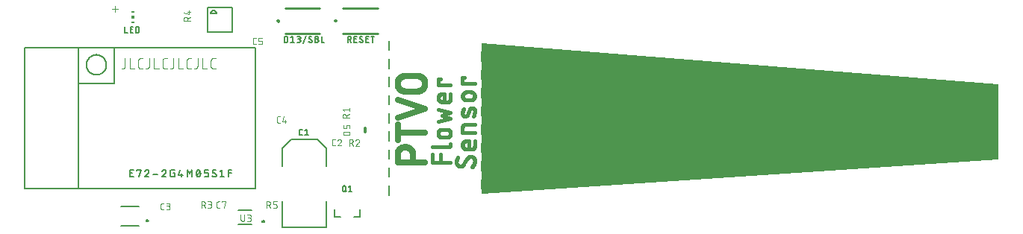
<source format=gbr>
G04 EAGLE Gerber RS-274X export*
G75*
%MOMM*%
%FSLAX34Y34*%
%LPD*%
%INSilkscreen Top*%
%IPPOS*%
%AMOC8*
5,1,8,0,0,1.08239X$1,22.5*%
G01*
%ADD10C,0.685800*%
%ADD11C,0.457200*%
%ADD12C,0.127000*%
%ADD13C,0.177800*%
%ADD14C,0.200000*%
%ADD15C,0.101600*%
%ADD16C,0.203200*%
%ADD17C,0.152400*%
%ADD18C,0.300000*%
%ADD19C,0.076200*%
%ADD20R,0.300000X0.150000*%
%ADD21R,0.300000X0.300000*%
%ADD22C,0.254000*%

G36*
X425044Y45241D02*
X425044Y45241D01*
X425050Y45240D01*
X1010050Y83976D01*
X1010165Y84002D01*
X1010280Y84027D01*
X1010285Y84030D01*
X1010290Y84031D01*
X1010390Y84093D01*
X1010491Y84153D01*
X1010495Y84158D01*
X1010499Y84160D01*
X1010574Y84251D01*
X1010651Y84340D01*
X1010653Y84345D01*
X1010656Y84350D01*
X1010699Y84459D01*
X1010743Y84568D01*
X1010744Y84575D01*
X1010745Y84579D01*
X1010746Y84596D01*
X1010761Y84735D01*
X1010761Y169319D01*
X1010743Y169430D01*
X1010728Y169542D01*
X1010723Y169551D01*
X1010722Y169562D01*
X1010669Y169661D01*
X1010619Y169762D01*
X1010611Y169770D01*
X1010606Y169779D01*
X1010525Y169856D01*
X1010445Y169937D01*
X1010436Y169941D01*
X1010428Y169949D01*
X1010326Y169996D01*
X1010225Y170046D01*
X1010213Y170049D01*
X1010205Y170052D01*
X1010180Y170055D01*
X1010061Y170078D01*
X425061Y216759D01*
X425010Y216755D01*
X424961Y216760D01*
X424889Y216745D01*
X424815Y216739D01*
X424769Y216719D01*
X424720Y216708D01*
X424657Y216670D01*
X424590Y216641D01*
X424552Y216608D01*
X424509Y216582D01*
X424461Y216526D01*
X424407Y216477D01*
X424382Y216433D01*
X424349Y216395D01*
X424322Y216327D01*
X424286Y216263D01*
X424276Y216213D01*
X424257Y216167D01*
X424244Y216046D01*
X424239Y216021D01*
X424240Y216013D01*
X424239Y216000D01*
X424239Y46000D01*
X424246Y45956D01*
X424244Y45910D01*
X424266Y45835D01*
X424279Y45757D01*
X424300Y45717D01*
X424312Y45674D01*
X424357Y45609D01*
X424394Y45540D01*
X424426Y45509D01*
X424452Y45472D01*
X424515Y45425D01*
X424572Y45371D01*
X424613Y45351D01*
X424649Y45325D01*
X424724Y45300D01*
X424795Y45267D01*
X424840Y45262D01*
X424883Y45248D01*
X425023Y45242D01*
X425039Y45240D01*
X425044Y45241D01*
G37*
D10*
X360596Y80993D02*
X329354Y80993D01*
X329354Y89671D01*
X329357Y89882D01*
X329364Y90094D01*
X329377Y90304D01*
X329395Y90515D01*
X329418Y90725D01*
X329446Y90935D01*
X329480Y91143D01*
X329518Y91351D01*
X329562Y91558D01*
X329610Y91764D01*
X329664Y91968D01*
X329722Y92171D01*
X329785Y92373D01*
X329854Y92573D01*
X329927Y92771D01*
X330005Y92968D01*
X330087Y93162D01*
X330175Y93354D01*
X330267Y93545D01*
X330363Y93733D01*
X330464Y93918D01*
X330570Y94101D01*
X330680Y94282D01*
X330795Y94459D01*
X330913Y94634D01*
X331036Y94806D01*
X331163Y94975D01*
X331295Y95140D01*
X331430Y95303D01*
X331569Y95462D01*
X331712Y95618D01*
X331858Y95770D01*
X332009Y95918D01*
X332163Y96063D01*
X332320Y96204D01*
X332481Y96341D01*
X332645Y96475D01*
X332812Y96604D01*
X332983Y96729D01*
X333156Y96850D01*
X333332Y96966D01*
X333511Y97078D01*
X333693Y97186D01*
X333877Y97290D01*
X334064Y97389D01*
X334253Y97483D01*
X334445Y97573D01*
X334638Y97658D01*
X334833Y97738D01*
X335031Y97814D01*
X335230Y97884D01*
X335431Y97950D01*
X335633Y98011D01*
X335837Y98067D01*
X336042Y98118D01*
X336248Y98164D01*
X336456Y98205D01*
X336664Y98241D01*
X336873Y98271D01*
X337083Y98297D01*
X337293Y98317D01*
X337504Y98333D01*
X337715Y98343D01*
X337926Y98348D01*
X338138Y98348D01*
X338349Y98343D01*
X338560Y98333D01*
X338771Y98317D01*
X338981Y98297D01*
X339191Y98271D01*
X339400Y98241D01*
X339608Y98205D01*
X339816Y98164D01*
X340022Y98118D01*
X340227Y98067D01*
X340431Y98011D01*
X340633Y97950D01*
X340834Y97884D01*
X341033Y97814D01*
X341231Y97738D01*
X341426Y97658D01*
X341619Y97573D01*
X341811Y97483D01*
X342000Y97389D01*
X342187Y97290D01*
X342371Y97186D01*
X342553Y97078D01*
X342732Y96966D01*
X342908Y96850D01*
X343081Y96729D01*
X343252Y96604D01*
X343419Y96475D01*
X343583Y96341D01*
X343744Y96204D01*
X343901Y96063D01*
X344055Y95918D01*
X344206Y95770D01*
X344352Y95618D01*
X344495Y95462D01*
X344634Y95303D01*
X344769Y95140D01*
X344901Y94975D01*
X345028Y94806D01*
X345151Y94634D01*
X345269Y94459D01*
X345384Y94282D01*
X345494Y94101D01*
X345600Y93918D01*
X345701Y93733D01*
X345797Y93545D01*
X345889Y93354D01*
X345977Y93162D01*
X346059Y92968D01*
X346137Y92771D01*
X346210Y92573D01*
X346279Y92373D01*
X346342Y92171D01*
X346400Y91968D01*
X346454Y91764D01*
X346502Y91558D01*
X346546Y91351D01*
X346584Y91143D01*
X346618Y90935D01*
X346646Y90725D01*
X346669Y90515D01*
X346687Y90304D01*
X346700Y90094D01*
X346707Y89882D01*
X346710Y89671D01*
X346711Y89671D02*
X346711Y80993D01*
X360596Y115106D02*
X329354Y115106D01*
X329354Y106428D02*
X329354Y123784D01*
X329354Y131362D02*
X360596Y141776D01*
X329354Y152190D01*
X338032Y161673D02*
X351918Y161673D01*
X338032Y161673D02*
X337821Y161676D01*
X337609Y161683D01*
X337399Y161696D01*
X337188Y161714D01*
X336978Y161737D01*
X336768Y161765D01*
X336560Y161799D01*
X336352Y161837D01*
X336145Y161881D01*
X335939Y161929D01*
X335735Y161983D01*
X335532Y162041D01*
X335330Y162104D01*
X335130Y162173D01*
X334932Y162246D01*
X334735Y162324D01*
X334541Y162406D01*
X334349Y162494D01*
X334158Y162586D01*
X333970Y162682D01*
X333785Y162783D01*
X333602Y162889D01*
X333421Y162999D01*
X333244Y163114D01*
X333069Y163232D01*
X332897Y163355D01*
X332728Y163482D01*
X332563Y163614D01*
X332400Y163749D01*
X332241Y163888D01*
X332085Y164031D01*
X331933Y164177D01*
X331785Y164328D01*
X331640Y164482D01*
X331499Y164639D01*
X331362Y164800D01*
X331228Y164964D01*
X331099Y165131D01*
X330974Y165302D01*
X330853Y165475D01*
X330737Y165651D01*
X330625Y165830D01*
X330517Y166012D01*
X330413Y166196D01*
X330314Y166383D01*
X330220Y166572D01*
X330130Y166764D01*
X330045Y166957D01*
X329965Y167152D01*
X329889Y167350D01*
X329819Y167549D01*
X329753Y167750D01*
X329692Y167952D01*
X329636Y168156D01*
X329585Y168361D01*
X329539Y168567D01*
X329498Y168775D01*
X329462Y168983D01*
X329432Y169192D01*
X329406Y169402D01*
X329386Y169612D01*
X329370Y169823D01*
X329360Y170034D01*
X329355Y170245D01*
X329355Y170457D01*
X329360Y170668D01*
X329370Y170879D01*
X329386Y171090D01*
X329406Y171300D01*
X329432Y171510D01*
X329462Y171719D01*
X329498Y171927D01*
X329539Y172135D01*
X329585Y172341D01*
X329636Y172546D01*
X329692Y172750D01*
X329753Y172952D01*
X329819Y173153D01*
X329889Y173352D01*
X329965Y173550D01*
X330045Y173745D01*
X330130Y173938D01*
X330220Y174130D01*
X330314Y174319D01*
X330413Y174506D01*
X330517Y174690D01*
X330625Y174872D01*
X330737Y175051D01*
X330853Y175227D01*
X330974Y175400D01*
X331099Y175571D01*
X331228Y175738D01*
X331362Y175902D01*
X331499Y176063D01*
X331640Y176220D01*
X331785Y176374D01*
X331933Y176525D01*
X332085Y176671D01*
X332241Y176814D01*
X332400Y176953D01*
X332563Y177088D01*
X332728Y177220D01*
X332897Y177347D01*
X333069Y177470D01*
X333244Y177588D01*
X333421Y177703D01*
X333602Y177813D01*
X333785Y177919D01*
X333970Y178020D01*
X334158Y178116D01*
X334349Y178208D01*
X334541Y178296D01*
X334735Y178378D01*
X334932Y178456D01*
X335130Y178529D01*
X335330Y178598D01*
X335532Y178661D01*
X335735Y178719D01*
X335939Y178773D01*
X336145Y178821D01*
X336352Y178865D01*
X336560Y178903D01*
X336768Y178937D01*
X336978Y178965D01*
X337188Y178988D01*
X337399Y179006D01*
X337609Y179019D01*
X337821Y179026D01*
X338032Y179029D01*
X351918Y179029D01*
X352129Y179026D01*
X352341Y179019D01*
X352551Y179006D01*
X352762Y178988D01*
X352972Y178965D01*
X353182Y178937D01*
X353390Y178903D01*
X353598Y178865D01*
X353805Y178821D01*
X354011Y178773D01*
X354215Y178719D01*
X354418Y178661D01*
X354620Y178598D01*
X354820Y178529D01*
X355018Y178456D01*
X355215Y178378D01*
X355409Y178296D01*
X355601Y178208D01*
X355792Y178116D01*
X355980Y178020D01*
X356165Y177919D01*
X356348Y177813D01*
X356529Y177703D01*
X356706Y177588D01*
X356881Y177470D01*
X357053Y177347D01*
X357222Y177220D01*
X357387Y177088D01*
X357550Y176953D01*
X357709Y176814D01*
X357865Y176671D01*
X358017Y176525D01*
X358165Y176374D01*
X358310Y176220D01*
X358451Y176063D01*
X358588Y175902D01*
X358722Y175738D01*
X358851Y175571D01*
X358976Y175400D01*
X359097Y175227D01*
X359213Y175051D01*
X359325Y174872D01*
X359433Y174690D01*
X359537Y174506D01*
X359636Y174319D01*
X359730Y174130D01*
X359820Y173938D01*
X359905Y173745D01*
X359985Y173550D01*
X360061Y173352D01*
X360131Y173153D01*
X360197Y172952D01*
X360258Y172750D01*
X360314Y172546D01*
X360365Y172341D01*
X360411Y172135D01*
X360452Y171927D01*
X360488Y171719D01*
X360518Y171510D01*
X360544Y171300D01*
X360564Y171090D01*
X360580Y170879D01*
X360590Y170668D01*
X360595Y170457D01*
X360595Y170245D01*
X360590Y170034D01*
X360580Y169823D01*
X360564Y169612D01*
X360544Y169402D01*
X360518Y169192D01*
X360488Y168983D01*
X360452Y168775D01*
X360411Y168567D01*
X360365Y168361D01*
X360314Y168156D01*
X360258Y167952D01*
X360197Y167750D01*
X360131Y167549D01*
X360061Y167350D01*
X359985Y167152D01*
X359905Y166957D01*
X359820Y166764D01*
X359730Y166572D01*
X359636Y166383D01*
X359537Y166196D01*
X359433Y166012D01*
X359325Y165830D01*
X359213Y165651D01*
X359097Y165475D01*
X358976Y165302D01*
X358851Y165131D01*
X358722Y164964D01*
X358588Y164800D01*
X358451Y164639D01*
X358310Y164482D01*
X358165Y164328D01*
X358017Y164177D01*
X357865Y164031D01*
X357709Y163888D01*
X357550Y163749D01*
X357387Y163614D01*
X357222Y163482D01*
X357053Y163355D01*
X356881Y163232D01*
X356706Y163114D01*
X356529Y162999D01*
X356348Y162889D01*
X356165Y162783D01*
X355980Y162682D01*
X355792Y162586D01*
X355601Y162494D01*
X355409Y162406D01*
X355215Y162324D01*
X355018Y162246D01*
X354820Y162173D01*
X354620Y162104D01*
X354418Y162041D01*
X354215Y161983D01*
X354011Y161929D01*
X353805Y161881D01*
X353598Y161837D01*
X353390Y161799D01*
X353182Y161765D01*
X352972Y161737D01*
X352762Y161714D01*
X352551Y161696D01*
X352341Y161683D01*
X352129Y161676D01*
X351918Y161673D01*
D11*
X368411Y81100D02*
X389239Y81100D01*
X368411Y81100D02*
X368411Y90356D01*
X377668Y90356D02*
X377668Y81100D01*
X385768Y98423D02*
X368411Y98423D01*
X385768Y98423D02*
X385884Y98425D01*
X386000Y98431D01*
X386115Y98440D01*
X386231Y98454D01*
X386345Y98471D01*
X386459Y98493D01*
X386573Y98518D01*
X386685Y98546D01*
X386796Y98579D01*
X386907Y98615D01*
X387016Y98655D01*
X387123Y98698D01*
X387229Y98745D01*
X387333Y98796D01*
X387436Y98850D01*
X387537Y98908D01*
X387636Y98968D01*
X387732Y99032D01*
X387827Y99100D01*
X387919Y99170D01*
X388009Y99243D01*
X388096Y99320D01*
X388181Y99399D01*
X388263Y99481D01*
X388342Y99566D01*
X388419Y99653D01*
X388492Y99743D01*
X388562Y99835D01*
X388630Y99930D01*
X388694Y100026D01*
X388754Y100125D01*
X388812Y100226D01*
X388866Y100329D01*
X388917Y100433D01*
X388964Y100539D01*
X389007Y100646D01*
X389047Y100755D01*
X389083Y100866D01*
X389116Y100977D01*
X389144Y101089D01*
X389169Y101203D01*
X389191Y101317D01*
X389208Y101431D01*
X389222Y101547D01*
X389231Y101662D01*
X389237Y101778D01*
X389239Y101894D01*
X384611Y109338D02*
X379982Y109338D01*
X379982Y109339D02*
X379847Y109341D01*
X379713Y109347D01*
X379579Y109357D01*
X379445Y109370D01*
X379311Y109388D01*
X379178Y109409D01*
X379046Y109435D01*
X378915Y109464D01*
X378784Y109497D01*
X378655Y109533D01*
X378526Y109574D01*
X378399Y109618D01*
X378273Y109666D01*
X378149Y109717D01*
X378026Y109773D01*
X377905Y109831D01*
X377786Y109893D01*
X377668Y109959D01*
X377552Y110028D01*
X377439Y110100D01*
X377327Y110176D01*
X377218Y110255D01*
X377112Y110337D01*
X377007Y110422D01*
X376905Y110510D01*
X376806Y110601D01*
X376710Y110695D01*
X376616Y110791D01*
X376525Y110890D01*
X376437Y110992D01*
X376352Y111097D01*
X376270Y111203D01*
X376191Y111312D01*
X376115Y111424D01*
X376043Y111537D01*
X375974Y111653D01*
X375908Y111771D01*
X375846Y111890D01*
X375788Y112011D01*
X375732Y112134D01*
X375681Y112258D01*
X375633Y112384D01*
X375589Y112511D01*
X375548Y112640D01*
X375512Y112769D01*
X375479Y112900D01*
X375450Y113031D01*
X375424Y113163D01*
X375403Y113296D01*
X375385Y113430D01*
X375372Y113564D01*
X375362Y113698D01*
X375356Y113832D01*
X375354Y113967D01*
X375356Y114102D01*
X375362Y114236D01*
X375372Y114370D01*
X375385Y114504D01*
X375403Y114638D01*
X375424Y114771D01*
X375450Y114903D01*
X375479Y115034D01*
X375512Y115165D01*
X375548Y115294D01*
X375589Y115423D01*
X375633Y115550D01*
X375681Y115676D01*
X375732Y115800D01*
X375788Y115923D01*
X375846Y116044D01*
X375908Y116163D01*
X375974Y116281D01*
X376043Y116397D01*
X376115Y116510D01*
X376191Y116622D01*
X376270Y116731D01*
X376352Y116837D01*
X376437Y116942D01*
X376525Y117044D01*
X376616Y117143D01*
X376710Y117239D01*
X376806Y117333D01*
X376905Y117424D01*
X377007Y117512D01*
X377112Y117597D01*
X377218Y117679D01*
X377327Y117758D01*
X377439Y117834D01*
X377552Y117906D01*
X377668Y117975D01*
X377786Y118041D01*
X377905Y118103D01*
X378026Y118161D01*
X378149Y118217D01*
X378273Y118268D01*
X378399Y118316D01*
X378526Y118360D01*
X378655Y118401D01*
X378784Y118437D01*
X378915Y118470D01*
X379046Y118499D01*
X379178Y118525D01*
X379311Y118546D01*
X379445Y118564D01*
X379579Y118577D01*
X379713Y118587D01*
X379847Y118593D01*
X379982Y118595D01*
X384611Y118595D01*
X384746Y118593D01*
X384880Y118587D01*
X385014Y118577D01*
X385148Y118564D01*
X385282Y118546D01*
X385415Y118525D01*
X385547Y118499D01*
X385678Y118470D01*
X385809Y118437D01*
X385938Y118401D01*
X386067Y118360D01*
X386194Y118316D01*
X386320Y118268D01*
X386444Y118217D01*
X386567Y118161D01*
X386688Y118103D01*
X386807Y118041D01*
X386925Y117975D01*
X387041Y117906D01*
X387154Y117834D01*
X387266Y117758D01*
X387375Y117679D01*
X387481Y117597D01*
X387586Y117512D01*
X387688Y117424D01*
X387787Y117333D01*
X387883Y117239D01*
X387977Y117143D01*
X388068Y117044D01*
X388156Y116942D01*
X388241Y116837D01*
X388323Y116731D01*
X388402Y116622D01*
X388478Y116510D01*
X388550Y116397D01*
X388619Y116281D01*
X388685Y116163D01*
X388747Y116044D01*
X388805Y115923D01*
X388861Y115800D01*
X388912Y115676D01*
X388960Y115550D01*
X389004Y115423D01*
X389045Y115294D01*
X389081Y115165D01*
X389114Y115034D01*
X389143Y114903D01*
X389169Y114771D01*
X389190Y114638D01*
X389208Y114504D01*
X389221Y114370D01*
X389231Y114236D01*
X389237Y114102D01*
X389239Y113967D01*
X389237Y113832D01*
X389231Y113698D01*
X389221Y113564D01*
X389208Y113430D01*
X389190Y113296D01*
X389169Y113163D01*
X389143Y113031D01*
X389114Y112900D01*
X389081Y112769D01*
X389045Y112640D01*
X389004Y112511D01*
X388960Y112384D01*
X388912Y112258D01*
X388861Y112134D01*
X388805Y112011D01*
X388747Y111890D01*
X388685Y111771D01*
X388619Y111653D01*
X388550Y111537D01*
X388478Y111424D01*
X388402Y111312D01*
X388323Y111203D01*
X388241Y111097D01*
X388156Y110992D01*
X388068Y110890D01*
X387977Y110791D01*
X387883Y110695D01*
X387787Y110601D01*
X387688Y110510D01*
X387586Y110422D01*
X387481Y110337D01*
X387375Y110255D01*
X387266Y110176D01*
X387154Y110100D01*
X387041Y110028D01*
X386925Y109959D01*
X386807Y109893D01*
X386688Y109831D01*
X386567Y109773D01*
X386444Y109717D01*
X386320Y109666D01*
X386194Y109618D01*
X386067Y109574D01*
X385938Y109533D01*
X385809Y109497D01*
X385678Y109464D01*
X385547Y109435D01*
X385415Y109409D01*
X385282Y109388D01*
X385148Y109370D01*
X385014Y109357D01*
X384880Y109347D01*
X384746Y109341D01*
X384611Y109339D01*
X375354Y127207D02*
X389239Y130678D01*
X379982Y134149D01*
X389239Y137621D01*
X375354Y141092D01*
X389239Y153175D02*
X389239Y158961D01*
X389239Y153175D02*
X389237Y153059D01*
X389231Y152943D01*
X389222Y152828D01*
X389208Y152712D01*
X389191Y152598D01*
X389169Y152484D01*
X389144Y152370D01*
X389116Y152258D01*
X389083Y152147D01*
X389047Y152036D01*
X389007Y151927D01*
X388964Y151820D01*
X388917Y151714D01*
X388866Y151610D01*
X388812Y151507D01*
X388754Y151406D01*
X388694Y151307D01*
X388630Y151211D01*
X388562Y151116D01*
X388492Y151024D01*
X388419Y150934D01*
X388342Y150847D01*
X388263Y150762D01*
X388181Y150680D01*
X388096Y150601D01*
X388009Y150524D01*
X387919Y150451D01*
X387827Y150381D01*
X387732Y150313D01*
X387636Y150249D01*
X387537Y150189D01*
X387436Y150131D01*
X387333Y150077D01*
X387229Y150026D01*
X387123Y149979D01*
X387016Y149936D01*
X386907Y149896D01*
X386796Y149860D01*
X386685Y149827D01*
X386573Y149799D01*
X386459Y149774D01*
X386345Y149752D01*
X386231Y149735D01*
X386115Y149721D01*
X386000Y149712D01*
X385884Y149706D01*
X385768Y149704D01*
X379982Y149704D01*
X379847Y149706D01*
X379713Y149712D01*
X379579Y149722D01*
X379445Y149735D01*
X379311Y149753D01*
X379178Y149774D01*
X379046Y149800D01*
X378915Y149829D01*
X378784Y149862D01*
X378655Y149898D01*
X378526Y149939D01*
X378399Y149983D01*
X378273Y150031D01*
X378149Y150082D01*
X378026Y150138D01*
X377905Y150196D01*
X377786Y150258D01*
X377668Y150324D01*
X377552Y150393D01*
X377439Y150465D01*
X377327Y150541D01*
X377218Y150620D01*
X377112Y150702D01*
X377007Y150787D01*
X376905Y150875D01*
X376806Y150966D01*
X376710Y151060D01*
X376616Y151156D01*
X376525Y151255D01*
X376437Y151357D01*
X376352Y151462D01*
X376270Y151568D01*
X376191Y151677D01*
X376115Y151789D01*
X376043Y151902D01*
X375974Y152018D01*
X375908Y152136D01*
X375846Y152255D01*
X375788Y152376D01*
X375732Y152499D01*
X375681Y152623D01*
X375633Y152749D01*
X375589Y152876D01*
X375548Y153005D01*
X375512Y153134D01*
X375479Y153265D01*
X375450Y153396D01*
X375424Y153528D01*
X375403Y153661D01*
X375385Y153795D01*
X375372Y153929D01*
X375362Y154063D01*
X375356Y154197D01*
X375354Y154332D01*
X375356Y154467D01*
X375362Y154601D01*
X375372Y154735D01*
X375385Y154869D01*
X375403Y155003D01*
X375424Y155136D01*
X375450Y155268D01*
X375479Y155399D01*
X375512Y155530D01*
X375548Y155659D01*
X375589Y155788D01*
X375633Y155915D01*
X375681Y156041D01*
X375732Y156165D01*
X375788Y156288D01*
X375846Y156409D01*
X375908Y156528D01*
X375974Y156646D01*
X376043Y156762D01*
X376115Y156875D01*
X376191Y156987D01*
X376270Y157096D01*
X376352Y157202D01*
X376437Y157307D01*
X376525Y157409D01*
X376616Y157508D01*
X376710Y157604D01*
X376806Y157698D01*
X376905Y157789D01*
X377007Y157877D01*
X377112Y157962D01*
X377218Y158044D01*
X377327Y158123D01*
X377439Y158199D01*
X377552Y158271D01*
X377668Y158340D01*
X377786Y158406D01*
X377905Y158468D01*
X378026Y158526D01*
X378149Y158582D01*
X378273Y158633D01*
X378399Y158681D01*
X378526Y158725D01*
X378655Y158766D01*
X378784Y158802D01*
X378915Y158835D01*
X379046Y158864D01*
X379178Y158890D01*
X379311Y158911D01*
X379445Y158929D01*
X379579Y158942D01*
X379713Y158952D01*
X379847Y158958D01*
X379982Y158960D01*
X379982Y158961D02*
X382296Y158961D01*
X382296Y149704D01*
X389239Y168655D02*
X375354Y168655D01*
X375354Y175597D01*
X377668Y175597D01*
X412111Y87670D02*
X412246Y87668D01*
X412380Y87662D01*
X412514Y87652D01*
X412648Y87639D01*
X412782Y87621D01*
X412915Y87600D01*
X413047Y87574D01*
X413178Y87545D01*
X413309Y87512D01*
X413438Y87476D01*
X413567Y87435D01*
X413694Y87391D01*
X413820Y87343D01*
X413944Y87292D01*
X414067Y87236D01*
X414188Y87178D01*
X414307Y87116D01*
X414425Y87050D01*
X414541Y86981D01*
X414654Y86909D01*
X414766Y86833D01*
X414875Y86754D01*
X414981Y86672D01*
X415086Y86587D01*
X415188Y86499D01*
X415287Y86408D01*
X415383Y86314D01*
X415477Y86218D01*
X415568Y86119D01*
X415656Y86017D01*
X415741Y85912D01*
X415823Y85806D01*
X415902Y85697D01*
X415978Y85585D01*
X416050Y85472D01*
X416119Y85356D01*
X416185Y85238D01*
X416247Y85119D01*
X416305Y84998D01*
X416361Y84875D01*
X416412Y84751D01*
X416460Y84625D01*
X416504Y84498D01*
X416545Y84369D01*
X416581Y84240D01*
X416614Y84109D01*
X416643Y83978D01*
X416669Y83846D01*
X416690Y83713D01*
X416708Y83579D01*
X416721Y83445D01*
X416731Y83311D01*
X416737Y83177D01*
X416739Y83042D01*
X416736Y82808D01*
X416728Y82574D01*
X416714Y82341D01*
X416694Y82108D01*
X416669Y81875D01*
X416638Y81643D01*
X416602Y81412D01*
X416560Y81182D01*
X416513Y80953D01*
X416460Y80725D01*
X416402Y80498D01*
X416339Y80273D01*
X416270Y80049D01*
X416196Y79828D01*
X416116Y79608D01*
X416031Y79390D01*
X415941Y79174D01*
X415846Y78960D01*
X415746Y78748D01*
X415641Y78539D01*
X415530Y78333D01*
X415415Y78129D01*
X415295Y77929D01*
X415171Y77731D01*
X415041Y77536D01*
X414907Y77344D01*
X414769Y77156D01*
X414626Y76970D01*
X414478Y76789D01*
X414326Y76611D01*
X414170Y76436D01*
X414010Y76266D01*
X413846Y76099D01*
X400540Y76679D02*
X400405Y76681D01*
X400271Y76687D01*
X400137Y76697D01*
X400003Y76710D01*
X399869Y76728D01*
X399736Y76749D01*
X399604Y76775D01*
X399473Y76804D01*
X399342Y76837D01*
X399213Y76873D01*
X399084Y76914D01*
X398957Y76958D01*
X398831Y77006D01*
X398707Y77057D01*
X398584Y77113D01*
X398463Y77171D01*
X398344Y77233D01*
X398226Y77299D01*
X398110Y77368D01*
X397997Y77440D01*
X397885Y77516D01*
X397776Y77595D01*
X397670Y77677D01*
X397565Y77762D01*
X397463Y77850D01*
X397364Y77941D01*
X397268Y78035D01*
X397174Y78131D01*
X397083Y78230D01*
X396995Y78332D01*
X396910Y78437D01*
X396828Y78543D01*
X396749Y78652D01*
X396673Y78764D01*
X396601Y78877D01*
X396532Y78993D01*
X396466Y79111D01*
X396404Y79230D01*
X396346Y79351D01*
X396290Y79474D01*
X396239Y79598D01*
X396191Y79724D01*
X396147Y79851D01*
X396106Y79980D01*
X396070Y80109D01*
X396037Y80240D01*
X396008Y80371D01*
X395982Y80503D01*
X395961Y80636D01*
X395943Y80770D01*
X395930Y80904D01*
X395920Y81038D01*
X395914Y81172D01*
X395912Y81307D01*
X395911Y81307D02*
X395913Y81514D01*
X395921Y81721D01*
X395933Y81927D01*
X395950Y82133D01*
X395973Y82339D01*
X396000Y82544D01*
X396031Y82748D01*
X396068Y82952D01*
X396110Y83154D01*
X396156Y83356D01*
X396208Y83556D01*
X396264Y83755D01*
X396324Y83953D01*
X396390Y84149D01*
X396460Y84344D01*
X396534Y84537D01*
X396614Y84728D01*
X396697Y84917D01*
X396786Y85104D01*
X396878Y85289D01*
X396975Y85471D01*
X397077Y85652D01*
X397183Y85829D01*
X397292Y86005D01*
X397406Y86177D01*
X397525Y86347D01*
X397647Y86514D01*
X404590Y78992D02*
X404520Y78877D01*
X404446Y78763D01*
X404369Y78651D01*
X404288Y78542D01*
X404205Y78435D01*
X404119Y78331D01*
X404029Y78229D01*
X403937Y78129D01*
X403842Y78033D01*
X403744Y77939D01*
X403643Y77848D01*
X403540Y77760D01*
X403435Y77675D01*
X403327Y77593D01*
X403216Y77514D01*
X403104Y77439D01*
X402989Y77366D01*
X402872Y77297D01*
X402754Y77232D01*
X402633Y77170D01*
X402511Y77111D01*
X402387Y77056D01*
X402262Y77005D01*
X402135Y76957D01*
X402007Y76913D01*
X401877Y76872D01*
X401747Y76835D01*
X401615Y76803D01*
X401483Y76773D01*
X401349Y76748D01*
X401216Y76727D01*
X401081Y76709D01*
X400946Y76696D01*
X400811Y76686D01*
X400676Y76680D01*
X400540Y76678D01*
X408061Y85357D02*
X408131Y85472D01*
X408205Y85586D01*
X408282Y85698D01*
X408363Y85807D01*
X408446Y85914D01*
X408532Y86018D01*
X408622Y86120D01*
X408714Y86220D01*
X408809Y86316D01*
X408907Y86410D01*
X409008Y86501D01*
X409111Y86589D01*
X409216Y86674D01*
X409324Y86756D01*
X409435Y86835D01*
X409547Y86910D01*
X409662Y86983D01*
X409779Y87052D01*
X409897Y87117D01*
X410018Y87179D01*
X410140Y87238D01*
X410264Y87293D01*
X410389Y87344D01*
X410516Y87392D01*
X410644Y87436D01*
X410774Y87477D01*
X410904Y87514D01*
X411036Y87546D01*
X411168Y87576D01*
X411302Y87601D01*
X411435Y87622D01*
X411570Y87640D01*
X411705Y87653D01*
X411840Y87663D01*
X411975Y87669D01*
X412111Y87671D01*
X408061Y85356D02*
X404589Y78992D01*
X416739Y99519D02*
X416739Y105304D01*
X416739Y99519D02*
X416737Y99403D01*
X416731Y99287D01*
X416722Y99172D01*
X416708Y99056D01*
X416691Y98942D01*
X416669Y98828D01*
X416644Y98714D01*
X416616Y98602D01*
X416583Y98491D01*
X416547Y98380D01*
X416507Y98271D01*
X416464Y98164D01*
X416417Y98058D01*
X416366Y97954D01*
X416312Y97851D01*
X416254Y97750D01*
X416194Y97651D01*
X416130Y97555D01*
X416062Y97460D01*
X415992Y97368D01*
X415919Y97278D01*
X415842Y97191D01*
X415763Y97106D01*
X415681Y97024D01*
X415596Y96945D01*
X415509Y96868D01*
X415419Y96795D01*
X415327Y96725D01*
X415232Y96657D01*
X415136Y96593D01*
X415037Y96533D01*
X414936Y96475D01*
X414833Y96421D01*
X414729Y96370D01*
X414623Y96323D01*
X414516Y96280D01*
X414407Y96240D01*
X414296Y96204D01*
X414185Y96171D01*
X414073Y96143D01*
X413959Y96118D01*
X413845Y96096D01*
X413731Y96079D01*
X413615Y96065D01*
X413500Y96056D01*
X413384Y96050D01*
X413268Y96048D01*
X407482Y96048D01*
X407347Y96050D01*
X407213Y96056D01*
X407079Y96066D01*
X406945Y96079D01*
X406811Y96097D01*
X406678Y96118D01*
X406546Y96144D01*
X406415Y96173D01*
X406284Y96206D01*
X406155Y96242D01*
X406026Y96283D01*
X405899Y96327D01*
X405773Y96375D01*
X405649Y96426D01*
X405526Y96482D01*
X405405Y96540D01*
X405286Y96602D01*
X405168Y96668D01*
X405052Y96737D01*
X404939Y96809D01*
X404827Y96885D01*
X404718Y96964D01*
X404612Y97046D01*
X404507Y97131D01*
X404405Y97219D01*
X404306Y97310D01*
X404210Y97404D01*
X404116Y97500D01*
X404025Y97599D01*
X403937Y97701D01*
X403852Y97806D01*
X403770Y97912D01*
X403691Y98021D01*
X403615Y98133D01*
X403543Y98246D01*
X403474Y98362D01*
X403408Y98480D01*
X403346Y98599D01*
X403288Y98720D01*
X403232Y98843D01*
X403181Y98967D01*
X403133Y99093D01*
X403089Y99220D01*
X403048Y99349D01*
X403012Y99478D01*
X402979Y99609D01*
X402950Y99740D01*
X402924Y99872D01*
X402903Y100005D01*
X402885Y100139D01*
X402872Y100273D01*
X402862Y100407D01*
X402856Y100541D01*
X402854Y100676D01*
X402856Y100811D01*
X402862Y100945D01*
X402872Y101079D01*
X402885Y101213D01*
X402903Y101347D01*
X402924Y101480D01*
X402950Y101612D01*
X402979Y101743D01*
X403012Y101874D01*
X403048Y102003D01*
X403089Y102132D01*
X403133Y102259D01*
X403181Y102385D01*
X403232Y102509D01*
X403288Y102632D01*
X403346Y102753D01*
X403408Y102872D01*
X403474Y102990D01*
X403543Y103106D01*
X403615Y103219D01*
X403691Y103331D01*
X403770Y103440D01*
X403852Y103546D01*
X403937Y103651D01*
X404025Y103753D01*
X404116Y103852D01*
X404210Y103948D01*
X404306Y104042D01*
X404405Y104133D01*
X404507Y104221D01*
X404612Y104306D01*
X404718Y104388D01*
X404827Y104467D01*
X404939Y104543D01*
X405052Y104615D01*
X405168Y104684D01*
X405286Y104750D01*
X405405Y104812D01*
X405526Y104870D01*
X405649Y104926D01*
X405773Y104977D01*
X405899Y105025D01*
X406026Y105069D01*
X406155Y105110D01*
X406284Y105146D01*
X406415Y105179D01*
X406546Y105208D01*
X406678Y105234D01*
X406811Y105255D01*
X406945Y105273D01*
X407079Y105286D01*
X407213Y105296D01*
X407347Y105302D01*
X407482Y105304D01*
X409796Y105304D01*
X409796Y96048D01*
X416739Y114838D02*
X402854Y114838D01*
X402854Y120624D01*
X402856Y120740D01*
X402862Y120856D01*
X402871Y120971D01*
X402885Y121087D01*
X402902Y121201D01*
X402924Y121315D01*
X402949Y121429D01*
X402977Y121541D01*
X403010Y121652D01*
X403046Y121763D01*
X403086Y121871D01*
X403129Y121979D01*
X403176Y122085D01*
X403227Y122189D01*
X403281Y122292D01*
X403339Y122393D01*
X403399Y122492D01*
X403463Y122588D01*
X403531Y122683D01*
X403601Y122775D01*
X403674Y122865D01*
X403751Y122952D01*
X403830Y123037D01*
X403912Y123119D01*
X403997Y123198D01*
X404084Y123275D01*
X404174Y123348D01*
X404266Y123418D01*
X404361Y123486D01*
X404457Y123550D01*
X404556Y123610D01*
X404657Y123668D01*
X404760Y123722D01*
X404864Y123773D01*
X404970Y123820D01*
X405077Y123863D01*
X405186Y123903D01*
X405297Y123939D01*
X405408Y123972D01*
X405520Y124000D01*
X405634Y124025D01*
X405748Y124047D01*
X405862Y124064D01*
X405978Y124078D01*
X406093Y124087D01*
X406209Y124093D01*
X406325Y124095D01*
X416739Y124095D01*
X408639Y135365D02*
X410954Y141150D01*
X408639Y135365D02*
X408597Y135265D01*
X408552Y135167D01*
X408503Y135071D01*
X408450Y134976D01*
X408395Y134884D01*
X408335Y134793D01*
X408273Y134705D01*
X408208Y134619D01*
X408139Y134535D01*
X408067Y134454D01*
X407993Y134376D01*
X407916Y134300D01*
X407836Y134227D01*
X407754Y134157D01*
X407669Y134090D01*
X407581Y134026D01*
X407492Y133966D01*
X407400Y133908D01*
X407307Y133854D01*
X407211Y133804D01*
X407114Y133756D01*
X407015Y133713D01*
X406914Y133673D01*
X406813Y133636D01*
X406710Y133604D01*
X406605Y133575D01*
X406500Y133549D01*
X406394Y133528D01*
X406288Y133510D01*
X406180Y133497D01*
X406073Y133487D01*
X405965Y133481D01*
X405857Y133479D01*
X405748Y133481D01*
X405640Y133487D01*
X405533Y133496D01*
X405425Y133510D01*
X405319Y133527D01*
X405213Y133548D01*
X405108Y133573D01*
X405003Y133602D01*
X404900Y133635D01*
X404798Y133671D01*
X404698Y133711D01*
X404599Y133754D01*
X404501Y133801D01*
X404406Y133852D01*
X404312Y133906D01*
X404220Y133963D01*
X404131Y134023D01*
X404043Y134087D01*
X403958Y134154D01*
X403876Y134224D01*
X403796Y134296D01*
X403718Y134372D01*
X403644Y134450D01*
X403572Y134531D01*
X403504Y134615D01*
X403438Y134701D01*
X403375Y134789D01*
X403316Y134879D01*
X403260Y134972D01*
X403207Y135066D01*
X403158Y135163D01*
X403113Y135261D01*
X403070Y135360D01*
X403032Y135461D01*
X402997Y135564D01*
X402966Y135667D01*
X402939Y135772D01*
X402915Y135877D01*
X402895Y135983D01*
X402879Y136090D01*
X402867Y136198D01*
X402859Y136306D01*
X402855Y136414D01*
X402854Y136522D01*
X402863Y136837D01*
X402879Y137153D01*
X402902Y137468D01*
X402933Y137783D01*
X402972Y138096D01*
X403018Y138409D01*
X403071Y138720D01*
X403133Y139030D01*
X403201Y139338D01*
X403277Y139645D01*
X403360Y139950D01*
X403451Y140253D01*
X403549Y140553D01*
X403654Y140851D01*
X403766Y141146D01*
X403885Y141439D01*
X404011Y141729D01*
X410954Y141150D02*
X410996Y141250D01*
X411041Y141348D01*
X411090Y141444D01*
X411143Y141539D01*
X411198Y141631D01*
X411258Y141722D01*
X411320Y141810D01*
X411385Y141896D01*
X411454Y141980D01*
X411526Y142061D01*
X411600Y142139D01*
X411677Y142215D01*
X411757Y142288D01*
X411839Y142358D01*
X411924Y142425D01*
X412012Y142489D01*
X412101Y142549D01*
X412193Y142607D01*
X412286Y142661D01*
X412382Y142711D01*
X412479Y142759D01*
X412578Y142802D01*
X412679Y142842D01*
X412780Y142879D01*
X412883Y142911D01*
X412988Y142940D01*
X413093Y142966D01*
X413199Y142987D01*
X413305Y143005D01*
X413413Y143018D01*
X413520Y143028D01*
X413628Y143034D01*
X413736Y143036D01*
X413845Y143034D01*
X413953Y143028D01*
X414060Y143019D01*
X414168Y143005D01*
X414274Y142988D01*
X414380Y142967D01*
X414485Y142942D01*
X414590Y142913D01*
X414693Y142880D01*
X414795Y142844D01*
X414895Y142804D01*
X414994Y142761D01*
X415092Y142714D01*
X415187Y142663D01*
X415281Y142609D01*
X415373Y142552D01*
X415462Y142492D01*
X415550Y142428D01*
X415635Y142361D01*
X415717Y142291D01*
X415797Y142219D01*
X415875Y142143D01*
X415949Y142065D01*
X416021Y141984D01*
X416089Y141900D01*
X416155Y141814D01*
X416218Y141726D01*
X416277Y141636D01*
X416333Y141543D01*
X416386Y141449D01*
X416435Y141352D01*
X416480Y141254D01*
X416523Y141155D01*
X416561Y141054D01*
X416596Y140951D01*
X416627Y140848D01*
X416654Y140743D01*
X416678Y140638D01*
X416698Y140532D01*
X416714Y140425D01*
X416726Y140317D01*
X416734Y140209D01*
X416738Y140101D01*
X416739Y139993D01*
X416740Y139994D02*
X416728Y139530D01*
X416705Y139066D01*
X416671Y138603D01*
X416626Y138141D01*
X416570Y137681D01*
X416503Y137221D01*
X416425Y136764D01*
X416337Y136308D01*
X416238Y135855D01*
X416128Y135404D01*
X416008Y134955D01*
X415876Y134510D01*
X415735Y134068D01*
X415583Y133629D01*
X412111Y151724D02*
X407482Y151724D01*
X407482Y151725D02*
X407347Y151727D01*
X407213Y151733D01*
X407079Y151743D01*
X406945Y151756D01*
X406811Y151774D01*
X406678Y151795D01*
X406546Y151821D01*
X406415Y151850D01*
X406284Y151883D01*
X406155Y151919D01*
X406026Y151960D01*
X405899Y152004D01*
X405773Y152052D01*
X405649Y152103D01*
X405526Y152159D01*
X405405Y152217D01*
X405286Y152279D01*
X405168Y152345D01*
X405052Y152414D01*
X404939Y152486D01*
X404827Y152562D01*
X404718Y152641D01*
X404612Y152723D01*
X404507Y152808D01*
X404405Y152896D01*
X404306Y152987D01*
X404210Y153081D01*
X404116Y153177D01*
X404025Y153276D01*
X403937Y153378D01*
X403852Y153483D01*
X403770Y153589D01*
X403691Y153698D01*
X403615Y153810D01*
X403543Y153923D01*
X403474Y154039D01*
X403408Y154157D01*
X403346Y154276D01*
X403288Y154397D01*
X403232Y154520D01*
X403181Y154644D01*
X403133Y154770D01*
X403089Y154897D01*
X403048Y155026D01*
X403012Y155155D01*
X402979Y155286D01*
X402950Y155417D01*
X402924Y155549D01*
X402903Y155682D01*
X402885Y155816D01*
X402872Y155950D01*
X402862Y156084D01*
X402856Y156218D01*
X402854Y156353D01*
X402856Y156488D01*
X402862Y156622D01*
X402872Y156756D01*
X402885Y156890D01*
X402903Y157024D01*
X402924Y157157D01*
X402950Y157289D01*
X402979Y157420D01*
X403012Y157551D01*
X403048Y157680D01*
X403089Y157809D01*
X403133Y157936D01*
X403181Y158062D01*
X403232Y158186D01*
X403288Y158309D01*
X403346Y158430D01*
X403408Y158549D01*
X403474Y158667D01*
X403543Y158783D01*
X403615Y158896D01*
X403691Y159008D01*
X403770Y159117D01*
X403852Y159223D01*
X403937Y159328D01*
X404025Y159430D01*
X404116Y159529D01*
X404210Y159625D01*
X404306Y159719D01*
X404405Y159810D01*
X404507Y159898D01*
X404612Y159983D01*
X404718Y160065D01*
X404827Y160144D01*
X404939Y160220D01*
X405052Y160292D01*
X405168Y160361D01*
X405286Y160427D01*
X405405Y160489D01*
X405526Y160547D01*
X405649Y160603D01*
X405773Y160654D01*
X405899Y160702D01*
X406026Y160746D01*
X406155Y160787D01*
X406284Y160823D01*
X406415Y160856D01*
X406546Y160885D01*
X406678Y160911D01*
X406811Y160932D01*
X406945Y160950D01*
X407079Y160963D01*
X407213Y160973D01*
X407347Y160979D01*
X407482Y160981D01*
X412111Y160981D01*
X412246Y160979D01*
X412380Y160973D01*
X412514Y160963D01*
X412648Y160950D01*
X412782Y160932D01*
X412915Y160911D01*
X413047Y160885D01*
X413178Y160856D01*
X413309Y160823D01*
X413438Y160787D01*
X413567Y160746D01*
X413694Y160702D01*
X413820Y160654D01*
X413944Y160603D01*
X414067Y160547D01*
X414188Y160489D01*
X414307Y160427D01*
X414425Y160361D01*
X414541Y160292D01*
X414654Y160220D01*
X414766Y160144D01*
X414875Y160065D01*
X414981Y159983D01*
X415086Y159898D01*
X415188Y159810D01*
X415287Y159719D01*
X415383Y159625D01*
X415477Y159529D01*
X415568Y159430D01*
X415656Y159328D01*
X415741Y159223D01*
X415823Y159117D01*
X415902Y159008D01*
X415978Y158896D01*
X416050Y158783D01*
X416119Y158667D01*
X416185Y158549D01*
X416247Y158430D01*
X416305Y158309D01*
X416361Y158186D01*
X416412Y158062D01*
X416460Y157936D01*
X416504Y157809D01*
X416545Y157680D01*
X416581Y157551D01*
X416614Y157420D01*
X416643Y157289D01*
X416669Y157157D01*
X416690Y157024D01*
X416708Y156890D01*
X416721Y156756D01*
X416731Y156622D01*
X416737Y156488D01*
X416739Y156353D01*
X416737Y156218D01*
X416731Y156084D01*
X416721Y155950D01*
X416708Y155816D01*
X416690Y155682D01*
X416669Y155549D01*
X416643Y155417D01*
X416614Y155286D01*
X416581Y155155D01*
X416545Y155026D01*
X416504Y154897D01*
X416460Y154770D01*
X416412Y154644D01*
X416361Y154520D01*
X416305Y154397D01*
X416247Y154276D01*
X416185Y154157D01*
X416119Y154039D01*
X416050Y153923D01*
X415978Y153810D01*
X415902Y153698D01*
X415823Y153589D01*
X415741Y153483D01*
X415656Y153378D01*
X415568Y153276D01*
X415477Y153177D01*
X415383Y153081D01*
X415287Y152987D01*
X415188Y152896D01*
X415086Y152808D01*
X414981Y152723D01*
X414875Y152641D01*
X414766Y152562D01*
X414654Y152486D01*
X414541Y152414D01*
X414425Y152345D01*
X414307Y152279D01*
X414188Y152217D01*
X414067Y152159D01*
X413944Y152103D01*
X413820Y152052D01*
X413694Y152004D01*
X413567Y151960D01*
X413438Y151919D01*
X413309Y151883D01*
X413178Y151850D01*
X413047Y151821D01*
X412915Y151795D01*
X412782Y151774D01*
X412648Y151756D01*
X412514Y151743D01*
X412380Y151733D01*
X412246Y151727D01*
X412111Y151725D01*
X416739Y170675D02*
X402854Y170675D01*
X402854Y177618D01*
X405168Y177618D01*
D12*
X272660Y217449D02*
X272660Y224307D01*
X274565Y224307D01*
X274650Y224305D01*
X274736Y224299D01*
X274821Y224290D01*
X274905Y224276D01*
X274989Y224259D01*
X275072Y224238D01*
X275154Y224214D01*
X275234Y224186D01*
X275314Y224154D01*
X275392Y224118D01*
X275468Y224080D01*
X275542Y224037D01*
X275614Y223992D01*
X275685Y223943D01*
X275753Y223891D01*
X275818Y223837D01*
X275881Y223779D01*
X275942Y223718D01*
X276000Y223655D01*
X276054Y223590D01*
X276106Y223522D01*
X276155Y223451D01*
X276200Y223379D01*
X276243Y223305D01*
X276281Y223229D01*
X276317Y223151D01*
X276349Y223071D01*
X276377Y222991D01*
X276401Y222909D01*
X276422Y222826D01*
X276439Y222742D01*
X276453Y222658D01*
X276462Y222573D01*
X276468Y222487D01*
X276470Y222402D01*
X276468Y222317D01*
X276462Y222231D01*
X276453Y222146D01*
X276439Y222062D01*
X276422Y221978D01*
X276401Y221895D01*
X276377Y221813D01*
X276349Y221733D01*
X276317Y221653D01*
X276281Y221575D01*
X276243Y221499D01*
X276200Y221425D01*
X276155Y221353D01*
X276106Y221282D01*
X276054Y221214D01*
X276000Y221149D01*
X275942Y221086D01*
X275881Y221025D01*
X275818Y220967D01*
X275753Y220913D01*
X275685Y220861D01*
X275614Y220812D01*
X275542Y220767D01*
X275468Y220724D01*
X275392Y220686D01*
X275314Y220650D01*
X275234Y220618D01*
X275154Y220590D01*
X275072Y220566D01*
X274989Y220545D01*
X274905Y220528D01*
X274821Y220514D01*
X274736Y220505D01*
X274650Y220499D01*
X274565Y220497D01*
X272660Y220497D01*
X274946Y220497D02*
X276470Y217449D01*
X280171Y217449D02*
X283219Y217449D01*
X280171Y217449D02*
X280171Y224307D01*
X283219Y224307D01*
X282457Y221259D02*
X280171Y221259D01*
X288288Y217449D02*
X288365Y217451D01*
X288442Y217457D01*
X288519Y217467D01*
X288595Y217480D01*
X288670Y217498D01*
X288744Y217519D01*
X288817Y217544D01*
X288889Y217573D01*
X288959Y217605D01*
X289028Y217640D01*
X289094Y217680D01*
X289159Y217722D01*
X289221Y217768D01*
X289281Y217817D01*
X289338Y217868D01*
X289393Y217923D01*
X289444Y217980D01*
X289493Y218040D01*
X289539Y218102D01*
X289581Y218167D01*
X289621Y218233D01*
X289656Y218302D01*
X289688Y218372D01*
X289717Y218444D01*
X289742Y218517D01*
X289763Y218591D01*
X289781Y218666D01*
X289794Y218742D01*
X289804Y218819D01*
X289810Y218896D01*
X289812Y218973D01*
X288288Y217449D02*
X288178Y217451D01*
X288067Y217457D01*
X287957Y217466D01*
X287847Y217479D01*
X287738Y217496D01*
X287630Y217517D01*
X287522Y217541D01*
X287415Y217570D01*
X287309Y217601D01*
X287205Y217637D01*
X287101Y217676D01*
X286999Y217718D01*
X286899Y217764D01*
X286800Y217814D01*
X286703Y217866D01*
X286607Y217923D01*
X286514Y217982D01*
X286423Y218044D01*
X286334Y218110D01*
X286247Y218178D01*
X286163Y218250D01*
X286081Y218324D01*
X286002Y218401D01*
X286192Y222783D02*
X286194Y222860D01*
X286200Y222937D01*
X286210Y223014D01*
X286223Y223090D01*
X286241Y223165D01*
X286262Y223239D01*
X286287Y223312D01*
X286316Y223384D01*
X286348Y223454D01*
X286383Y223523D01*
X286423Y223589D01*
X286465Y223654D01*
X286511Y223716D01*
X286560Y223776D01*
X286611Y223833D01*
X286666Y223888D01*
X286723Y223939D01*
X286783Y223988D01*
X286845Y224034D01*
X286910Y224076D01*
X286976Y224116D01*
X287045Y224151D01*
X287115Y224183D01*
X287187Y224212D01*
X287260Y224237D01*
X287334Y224258D01*
X287409Y224276D01*
X287485Y224289D01*
X287562Y224299D01*
X287639Y224305D01*
X287716Y224307D01*
X287818Y224305D01*
X287920Y224300D01*
X288022Y224291D01*
X288123Y224278D01*
X288224Y224261D01*
X288324Y224242D01*
X288424Y224218D01*
X288522Y224191D01*
X288620Y224160D01*
X288716Y224126D01*
X288811Y224089D01*
X288905Y224048D01*
X288997Y224004D01*
X289087Y223956D01*
X289176Y223906D01*
X289263Y223852D01*
X289348Y223795D01*
X289431Y223735D01*
X286954Y221449D02*
X286889Y221490D01*
X286826Y221533D01*
X286766Y221580D01*
X286707Y221630D01*
X286652Y221682D01*
X286599Y221737D01*
X286548Y221795D01*
X286501Y221855D01*
X286457Y221918D01*
X286415Y221982D01*
X286377Y222048D01*
X286343Y222117D01*
X286312Y222187D01*
X286284Y222258D01*
X286260Y222330D01*
X286239Y222404D01*
X286222Y222479D01*
X286209Y222554D01*
X286200Y222630D01*
X286194Y222706D01*
X286192Y222783D01*
X289050Y220307D02*
X289115Y220266D01*
X289178Y220223D01*
X289238Y220176D01*
X289297Y220126D01*
X289352Y220074D01*
X289405Y220019D01*
X289456Y219961D01*
X289503Y219901D01*
X289547Y219838D01*
X289589Y219774D01*
X289627Y219708D01*
X289661Y219639D01*
X289692Y219569D01*
X289720Y219498D01*
X289744Y219426D01*
X289765Y219352D01*
X289782Y219277D01*
X289795Y219202D01*
X289804Y219126D01*
X289810Y219050D01*
X289812Y218973D01*
X289050Y220306D02*
X286954Y221449D01*
X293338Y217449D02*
X296386Y217449D01*
X293338Y217449D02*
X293338Y224307D01*
X296386Y224307D01*
X295624Y221259D02*
X293338Y221259D01*
X300830Y224307D02*
X300830Y217449D01*
X298925Y224307D02*
X302735Y224307D01*
X200660Y224307D02*
X200660Y217449D01*
X200660Y224307D02*
X202565Y224307D01*
X202650Y224305D01*
X202736Y224299D01*
X202821Y224290D01*
X202905Y224276D01*
X202989Y224259D01*
X203072Y224238D01*
X203154Y224214D01*
X203234Y224186D01*
X203314Y224154D01*
X203392Y224118D01*
X203468Y224080D01*
X203542Y224037D01*
X203614Y223992D01*
X203685Y223943D01*
X203753Y223891D01*
X203818Y223837D01*
X203881Y223779D01*
X203942Y223718D01*
X204000Y223655D01*
X204054Y223590D01*
X204106Y223522D01*
X204155Y223451D01*
X204200Y223379D01*
X204243Y223305D01*
X204281Y223229D01*
X204317Y223151D01*
X204349Y223071D01*
X204377Y222991D01*
X204401Y222909D01*
X204422Y222826D01*
X204439Y222742D01*
X204453Y222658D01*
X204462Y222573D01*
X204468Y222487D01*
X204470Y222402D01*
X204470Y219354D01*
X204468Y219269D01*
X204462Y219183D01*
X204453Y219098D01*
X204439Y219014D01*
X204422Y218930D01*
X204401Y218847D01*
X204377Y218765D01*
X204349Y218685D01*
X204317Y218605D01*
X204281Y218527D01*
X204243Y218451D01*
X204200Y218377D01*
X204155Y218305D01*
X204106Y218234D01*
X204054Y218166D01*
X204000Y218101D01*
X203942Y218038D01*
X203881Y217977D01*
X203818Y217919D01*
X203753Y217865D01*
X203685Y217813D01*
X203614Y217764D01*
X203542Y217719D01*
X203468Y217676D01*
X203392Y217638D01*
X203314Y217602D01*
X203234Y217570D01*
X203154Y217542D01*
X203072Y217518D01*
X202989Y217497D01*
X202905Y217480D01*
X202821Y217466D01*
X202736Y217457D01*
X202650Y217451D01*
X202565Y217449D01*
X200660Y217449D01*
X208219Y222783D02*
X210124Y224307D01*
X210124Y217449D01*
X208219Y217449D02*
X212029Y217449D01*
X215534Y217449D02*
X217439Y217449D01*
X217524Y217451D01*
X217610Y217457D01*
X217695Y217466D01*
X217779Y217480D01*
X217863Y217497D01*
X217946Y217518D01*
X218028Y217542D01*
X218108Y217570D01*
X218188Y217602D01*
X218266Y217638D01*
X218342Y217676D01*
X218416Y217719D01*
X218488Y217764D01*
X218559Y217813D01*
X218627Y217865D01*
X218692Y217919D01*
X218755Y217977D01*
X218816Y218038D01*
X218874Y218101D01*
X218928Y218166D01*
X218980Y218234D01*
X219029Y218305D01*
X219074Y218377D01*
X219117Y218451D01*
X219155Y218527D01*
X219191Y218605D01*
X219223Y218685D01*
X219251Y218765D01*
X219275Y218847D01*
X219296Y218930D01*
X219313Y219014D01*
X219327Y219098D01*
X219336Y219183D01*
X219342Y219269D01*
X219344Y219354D01*
X219342Y219439D01*
X219336Y219525D01*
X219327Y219610D01*
X219313Y219694D01*
X219296Y219778D01*
X219275Y219861D01*
X219251Y219943D01*
X219223Y220023D01*
X219191Y220103D01*
X219155Y220181D01*
X219117Y220257D01*
X219074Y220331D01*
X219029Y220403D01*
X218980Y220474D01*
X218928Y220542D01*
X218874Y220607D01*
X218816Y220670D01*
X218755Y220731D01*
X218692Y220789D01*
X218627Y220843D01*
X218559Y220895D01*
X218488Y220944D01*
X218416Y220989D01*
X218342Y221032D01*
X218266Y221070D01*
X218188Y221106D01*
X218108Y221138D01*
X218028Y221166D01*
X217946Y221190D01*
X217863Y221211D01*
X217779Y221228D01*
X217695Y221242D01*
X217610Y221251D01*
X217524Y221257D01*
X217439Y221259D01*
X217820Y224307D02*
X215534Y224307D01*
X217820Y224307D02*
X217897Y224305D01*
X217974Y224299D01*
X218051Y224289D01*
X218127Y224276D01*
X218202Y224258D01*
X218276Y224237D01*
X218349Y224212D01*
X218421Y224183D01*
X218491Y224151D01*
X218560Y224116D01*
X218626Y224076D01*
X218691Y224034D01*
X218753Y223988D01*
X218813Y223939D01*
X218870Y223888D01*
X218925Y223833D01*
X218976Y223776D01*
X219025Y223716D01*
X219071Y223654D01*
X219113Y223589D01*
X219153Y223523D01*
X219188Y223454D01*
X219220Y223384D01*
X219249Y223312D01*
X219274Y223239D01*
X219295Y223165D01*
X219313Y223090D01*
X219326Y223014D01*
X219336Y222937D01*
X219342Y222860D01*
X219344Y222783D01*
X219342Y222706D01*
X219336Y222629D01*
X219326Y222552D01*
X219313Y222476D01*
X219295Y222401D01*
X219274Y222327D01*
X219249Y222254D01*
X219220Y222182D01*
X219188Y222112D01*
X219153Y222043D01*
X219113Y221977D01*
X219071Y221912D01*
X219025Y221850D01*
X218976Y221790D01*
X218925Y221733D01*
X218870Y221678D01*
X218813Y221627D01*
X218753Y221578D01*
X218691Y221532D01*
X218626Y221490D01*
X218560Y221450D01*
X218491Y221415D01*
X218421Y221383D01*
X218349Y221354D01*
X218276Y221329D01*
X218202Y221308D01*
X218127Y221290D01*
X218051Y221277D01*
X217974Y221267D01*
X217897Y221261D01*
X217820Y221259D01*
X216296Y221259D01*
X222499Y216687D02*
X225547Y225069D01*
X232268Y218973D02*
X232266Y218896D01*
X232260Y218819D01*
X232250Y218742D01*
X232237Y218666D01*
X232219Y218591D01*
X232198Y218517D01*
X232173Y218444D01*
X232144Y218372D01*
X232112Y218302D01*
X232077Y218233D01*
X232037Y218167D01*
X231995Y218102D01*
X231949Y218040D01*
X231900Y217980D01*
X231849Y217923D01*
X231794Y217868D01*
X231737Y217817D01*
X231677Y217768D01*
X231615Y217722D01*
X231550Y217680D01*
X231484Y217640D01*
X231415Y217605D01*
X231345Y217573D01*
X231273Y217544D01*
X231200Y217519D01*
X231126Y217498D01*
X231051Y217480D01*
X230975Y217467D01*
X230898Y217457D01*
X230821Y217451D01*
X230744Y217449D01*
X230634Y217451D01*
X230523Y217457D01*
X230413Y217466D01*
X230303Y217479D01*
X230194Y217496D01*
X230086Y217517D01*
X229978Y217541D01*
X229871Y217570D01*
X229765Y217601D01*
X229661Y217637D01*
X229557Y217676D01*
X229455Y217718D01*
X229355Y217764D01*
X229256Y217814D01*
X229159Y217866D01*
X229063Y217923D01*
X228970Y217982D01*
X228879Y218044D01*
X228790Y218110D01*
X228703Y218178D01*
X228619Y218250D01*
X228537Y218324D01*
X228458Y218401D01*
X228648Y222783D02*
X228650Y222860D01*
X228656Y222937D01*
X228666Y223014D01*
X228679Y223090D01*
X228697Y223165D01*
X228718Y223239D01*
X228743Y223312D01*
X228772Y223384D01*
X228804Y223454D01*
X228839Y223523D01*
X228879Y223589D01*
X228921Y223654D01*
X228967Y223716D01*
X229016Y223776D01*
X229067Y223833D01*
X229122Y223888D01*
X229179Y223939D01*
X229239Y223988D01*
X229301Y224034D01*
X229366Y224076D01*
X229432Y224116D01*
X229501Y224151D01*
X229571Y224183D01*
X229643Y224212D01*
X229716Y224237D01*
X229790Y224258D01*
X229865Y224276D01*
X229941Y224289D01*
X230018Y224299D01*
X230095Y224305D01*
X230172Y224307D01*
X230274Y224305D01*
X230376Y224300D01*
X230478Y224291D01*
X230579Y224278D01*
X230680Y224261D01*
X230780Y224242D01*
X230880Y224218D01*
X230978Y224191D01*
X231076Y224160D01*
X231172Y224126D01*
X231267Y224089D01*
X231361Y224048D01*
X231453Y224004D01*
X231543Y223956D01*
X231632Y223906D01*
X231719Y223852D01*
X231804Y223795D01*
X231887Y223735D01*
X229410Y221449D02*
X229345Y221490D01*
X229282Y221533D01*
X229222Y221580D01*
X229163Y221630D01*
X229108Y221682D01*
X229055Y221737D01*
X229004Y221795D01*
X228957Y221855D01*
X228913Y221918D01*
X228871Y221982D01*
X228833Y222048D01*
X228799Y222117D01*
X228768Y222187D01*
X228740Y222258D01*
X228716Y222330D01*
X228695Y222404D01*
X228678Y222479D01*
X228665Y222554D01*
X228656Y222630D01*
X228650Y222706D01*
X228648Y222783D01*
X231506Y220307D02*
X231571Y220266D01*
X231634Y220223D01*
X231694Y220176D01*
X231753Y220126D01*
X231808Y220074D01*
X231861Y220019D01*
X231912Y219961D01*
X231959Y219901D01*
X232003Y219838D01*
X232045Y219774D01*
X232083Y219708D01*
X232117Y219639D01*
X232148Y219569D01*
X232176Y219498D01*
X232200Y219426D01*
X232221Y219352D01*
X232238Y219277D01*
X232251Y219202D01*
X232260Y219126D01*
X232266Y219050D01*
X232268Y218973D01*
X231506Y220306D02*
X229410Y221449D01*
X235933Y221259D02*
X237838Y221259D01*
X237923Y221257D01*
X238009Y221251D01*
X238094Y221242D01*
X238178Y221228D01*
X238262Y221211D01*
X238345Y221190D01*
X238427Y221166D01*
X238507Y221138D01*
X238587Y221106D01*
X238665Y221070D01*
X238741Y221032D01*
X238815Y220989D01*
X238887Y220944D01*
X238958Y220895D01*
X239026Y220843D01*
X239091Y220789D01*
X239154Y220731D01*
X239215Y220670D01*
X239273Y220607D01*
X239327Y220542D01*
X239379Y220474D01*
X239428Y220403D01*
X239473Y220331D01*
X239516Y220257D01*
X239554Y220181D01*
X239590Y220103D01*
X239622Y220023D01*
X239650Y219943D01*
X239674Y219861D01*
X239695Y219778D01*
X239712Y219694D01*
X239726Y219610D01*
X239735Y219525D01*
X239741Y219439D01*
X239743Y219354D01*
X239741Y219269D01*
X239735Y219183D01*
X239726Y219098D01*
X239712Y219014D01*
X239695Y218930D01*
X239674Y218847D01*
X239650Y218765D01*
X239622Y218685D01*
X239590Y218605D01*
X239554Y218527D01*
X239516Y218451D01*
X239473Y218377D01*
X239428Y218305D01*
X239379Y218234D01*
X239327Y218166D01*
X239273Y218101D01*
X239215Y218038D01*
X239154Y217977D01*
X239091Y217919D01*
X239026Y217865D01*
X238958Y217813D01*
X238887Y217764D01*
X238815Y217719D01*
X238741Y217676D01*
X238665Y217638D01*
X238587Y217602D01*
X238507Y217570D01*
X238427Y217542D01*
X238345Y217518D01*
X238262Y217497D01*
X238178Y217480D01*
X238094Y217466D01*
X238009Y217457D01*
X237923Y217451D01*
X237838Y217449D01*
X235933Y217449D01*
X235933Y224307D01*
X237838Y224307D01*
X237915Y224305D01*
X237992Y224299D01*
X238069Y224289D01*
X238145Y224276D01*
X238220Y224258D01*
X238294Y224237D01*
X238367Y224212D01*
X238439Y224183D01*
X238509Y224151D01*
X238578Y224116D01*
X238644Y224076D01*
X238709Y224034D01*
X238771Y223988D01*
X238831Y223939D01*
X238888Y223888D01*
X238943Y223833D01*
X238994Y223776D01*
X239043Y223716D01*
X239089Y223654D01*
X239131Y223589D01*
X239171Y223523D01*
X239206Y223454D01*
X239238Y223384D01*
X239267Y223312D01*
X239292Y223239D01*
X239313Y223165D01*
X239331Y223090D01*
X239344Y223014D01*
X239354Y222937D01*
X239360Y222860D01*
X239362Y222783D01*
X239360Y222706D01*
X239354Y222629D01*
X239344Y222552D01*
X239331Y222476D01*
X239313Y222401D01*
X239292Y222327D01*
X239267Y222254D01*
X239238Y222182D01*
X239206Y222112D01*
X239171Y222043D01*
X239131Y221977D01*
X239089Y221912D01*
X239043Y221850D01*
X238994Y221790D01*
X238943Y221733D01*
X238888Y221678D01*
X238831Y221627D01*
X238771Y221578D01*
X238709Y221532D01*
X238644Y221490D01*
X238578Y221450D01*
X238509Y221415D01*
X238439Y221383D01*
X238367Y221354D01*
X238294Y221329D01*
X238220Y221308D01*
X238145Y221290D01*
X238069Y221277D01*
X237992Y221267D01*
X237915Y221261D01*
X237838Y221259D01*
X243109Y224307D02*
X243109Y217449D01*
X246157Y217449D01*
D13*
X29639Y64453D02*
X25914Y64453D01*
X25914Y72835D01*
X29639Y72835D01*
X28708Y69109D02*
X25914Y69109D01*
X33505Y71903D02*
X33505Y72835D01*
X38162Y72835D01*
X35834Y64453D01*
X45210Y72835D02*
X45299Y72833D01*
X45388Y72827D01*
X45476Y72818D01*
X45564Y72805D01*
X45652Y72788D01*
X45738Y72767D01*
X45824Y72743D01*
X45908Y72715D01*
X45992Y72684D01*
X46073Y72649D01*
X46154Y72611D01*
X46232Y72569D01*
X46309Y72524D01*
X46384Y72476D01*
X46456Y72424D01*
X46527Y72370D01*
X46595Y72312D01*
X46660Y72252D01*
X46723Y72189D01*
X46783Y72124D01*
X46841Y72056D01*
X46895Y71985D01*
X46947Y71913D01*
X46995Y71838D01*
X47040Y71761D01*
X47082Y71683D01*
X47120Y71602D01*
X47155Y71521D01*
X47186Y71437D01*
X47214Y71353D01*
X47238Y71267D01*
X47259Y71181D01*
X47276Y71093D01*
X47289Y71005D01*
X47298Y70917D01*
X47304Y70828D01*
X47306Y70739D01*
X45210Y72834D02*
X45107Y72832D01*
X45005Y72826D01*
X44903Y72816D01*
X44801Y72803D01*
X44700Y72785D01*
X44600Y72764D01*
X44500Y72739D01*
X44402Y72710D01*
X44305Y72677D01*
X44209Y72641D01*
X44114Y72601D01*
X44021Y72557D01*
X43930Y72510D01*
X43841Y72460D01*
X43754Y72406D01*
X43668Y72349D01*
X43585Y72289D01*
X43505Y72225D01*
X43427Y72159D01*
X43351Y72089D01*
X43278Y72017D01*
X43208Y71942D01*
X43141Y71864D01*
X43077Y71784D01*
X43016Y71702D01*
X42958Y71617D01*
X42904Y71530D01*
X42852Y71441D01*
X42805Y71351D01*
X42760Y71258D01*
X42720Y71164D01*
X42682Y71068D01*
X42649Y70971D01*
X46607Y69109D02*
X46672Y69173D01*
X46734Y69240D01*
X46794Y69309D01*
X46850Y69381D01*
X46903Y69454D01*
X46954Y69530D01*
X47001Y69608D01*
X47045Y69688D01*
X47086Y69769D01*
X47124Y69852D01*
X47158Y69937D01*
X47189Y70023D01*
X47216Y70110D01*
X47240Y70198D01*
X47260Y70286D01*
X47277Y70376D01*
X47289Y70466D01*
X47299Y70557D01*
X47304Y70648D01*
X47306Y70739D01*
X46607Y69109D02*
X42649Y64453D01*
X47306Y64453D01*
X51937Y67712D02*
X57525Y67712D01*
X64718Y72835D02*
X64807Y72833D01*
X64896Y72827D01*
X64984Y72818D01*
X65072Y72805D01*
X65160Y72788D01*
X65246Y72767D01*
X65332Y72743D01*
X65416Y72715D01*
X65500Y72684D01*
X65581Y72649D01*
X65662Y72611D01*
X65740Y72569D01*
X65817Y72524D01*
X65892Y72476D01*
X65964Y72424D01*
X66035Y72370D01*
X66103Y72312D01*
X66168Y72252D01*
X66231Y72189D01*
X66291Y72124D01*
X66349Y72056D01*
X66403Y71985D01*
X66455Y71913D01*
X66503Y71838D01*
X66548Y71761D01*
X66590Y71683D01*
X66628Y71602D01*
X66663Y71521D01*
X66694Y71437D01*
X66722Y71353D01*
X66746Y71267D01*
X66767Y71181D01*
X66784Y71093D01*
X66797Y71005D01*
X66806Y70917D01*
X66812Y70828D01*
X66814Y70739D01*
X64718Y72834D02*
X64615Y72832D01*
X64513Y72826D01*
X64411Y72816D01*
X64309Y72803D01*
X64208Y72785D01*
X64108Y72764D01*
X64008Y72739D01*
X63910Y72710D01*
X63813Y72677D01*
X63717Y72641D01*
X63622Y72601D01*
X63529Y72557D01*
X63438Y72510D01*
X63349Y72460D01*
X63262Y72406D01*
X63176Y72349D01*
X63093Y72289D01*
X63013Y72225D01*
X62935Y72159D01*
X62859Y72089D01*
X62786Y72017D01*
X62716Y71942D01*
X62649Y71864D01*
X62585Y71784D01*
X62524Y71702D01*
X62466Y71617D01*
X62412Y71530D01*
X62360Y71441D01*
X62313Y71351D01*
X62268Y71258D01*
X62228Y71164D01*
X62190Y71068D01*
X62157Y70971D01*
X66114Y69109D02*
X66179Y69173D01*
X66241Y69240D01*
X66301Y69309D01*
X66357Y69381D01*
X66410Y69454D01*
X66461Y69530D01*
X66508Y69608D01*
X66552Y69688D01*
X66593Y69769D01*
X66631Y69852D01*
X66665Y69937D01*
X66696Y70023D01*
X66723Y70110D01*
X66747Y70198D01*
X66767Y70286D01*
X66784Y70376D01*
X66796Y70466D01*
X66806Y70557D01*
X66811Y70648D01*
X66813Y70739D01*
X66115Y69109D02*
X62156Y64453D01*
X66813Y64453D01*
X74865Y69109D02*
X76262Y69109D01*
X76262Y64453D01*
X73468Y64453D01*
X73468Y64452D02*
X73384Y64454D01*
X73301Y64459D01*
X73218Y64469D01*
X73135Y64482D01*
X73053Y64499D01*
X72972Y64519D01*
X72892Y64543D01*
X72813Y64571D01*
X72736Y64602D01*
X72660Y64636D01*
X72585Y64674D01*
X72512Y64716D01*
X72442Y64760D01*
X72373Y64808D01*
X72306Y64858D01*
X72242Y64912D01*
X72181Y64968D01*
X72121Y65028D01*
X72065Y65089D01*
X72011Y65153D01*
X71961Y65220D01*
X71913Y65289D01*
X71869Y65359D01*
X71827Y65432D01*
X71789Y65507D01*
X71755Y65583D01*
X71724Y65660D01*
X71696Y65739D01*
X71672Y65819D01*
X71652Y65900D01*
X71635Y65982D01*
X71622Y66065D01*
X71612Y66148D01*
X71607Y66231D01*
X71605Y66315D01*
X71605Y70972D01*
X71607Y71058D01*
X71613Y71144D01*
X71623Y71229D01*
X71637Y71314D01*
X71654Y71399D01*
X71676Y71482D01*
X71702Y71564D01*
X71731Y71645D01*
X71764Y71724D01*
X71800Y71802D01*
X71840Y71879D01*
X71884Y71953D01*
X71931Y72025D01*
X71981Y72095D01*
X72035Y72162D01*
X72091Y72227D01*
X72151Y72289D01*
X72213Y72349D01*
X72278Y72405D01*
X72345Y72459D01*
X72415Y72509D01*
X72487Y72556D01*
X72561Y72600D01*
X72638Y72640D01*
X72715Y72676D01*
X72795Y72709D01*
X72876Y72738D01*
X72958Y72764D01*
X73041Y72786D01*
X73126Y72803D01*
X73211Y72817D01*
X73296Y72827D01*
X73382Y72833D01*
X73468Y72835D01*
X76262Y72835D01*
X82917Y72835D02*
X81054Y66315D01*
X85711Y66315D01*
X84314Y64453D02*
X84314Y68178D01*
X90647Y64453D02*
X90647Y72835D01*
X93441Y68178D01*
X96235Y72835D01*
X96235Y64453D01*
X101171Y68644D02*
X101173Y68809D01*
X101179Y68974D01*
X101189Y69138D01*
X101202Y69303D01*
X101220Y69467D01*
X101242Y69630D01*
X101267Y69793D01*
X101297Y69955D01*
X101330Y70117D01*
X101367Y70277D01*
X101408Y70437D01*
X101453Y70596D01*
X101501Y70753D01*
X101553Y70910D01*
X101609Y71065D01*
X101669Y71219D01*
X101732Y71371D01*
X101799Y71522D01*
X101869Y71671D01*
X101898Y71748D01*
X101930Y71824D01*
X101965Y71898D01*
X102005Y71970D01*
X102047Y72040D01*
X102093Y72108D01*
X102142Y72174D01*
X102195Y72238D01*
X102250Y72299D01*
X102308Y72357D01*
X102368Y72412D01*
X102432Y72465D01*
X102498Y72514D01*
X102566Y72560D01*
X102636Y72603D01*
X102708Y72643D01*
X102782Y72679D01*
X102857Y72711D01*
X102934Y72740D01*
X103012Y72765D01*
X103092Y72786D01*
X103172Y72804D01*
X103253Y72817D01*
X103335Y72827D01*
X103417Y72833D01*
X103499Y72835D01*
X103581Y72833D01*
X103663Y72827D01*
X103745Y72817D01*
X103826Y72804D01*
X103906Y72786D01*
X103986Y72765D01*
X104064Y72740D01*
X104141Y72711D01*
X104216Y72679D01*
X104290Y72643D01*
X104362Y72603D01*
X104432Y72560D01*
X104500Y72514D01*
X104566Y72465D01*
X104630Y72412D01*
X104690Y72357D01*
X104748Y72299D01*
X104803Y72238D01*
X104856Y72174D01*
X104905Y72108D01*
X104951Y72040D01*
X104993Y71970D01*
X105033Y71898D01*
X105068Y71824D01*
X105100Y71748D01*
X105129Y71671D01*
X105199Y71522D01*
X105266Y71371D01*
X105329Y71219D01*
X105389Y71065D01*
X105445Y70910D01*
X105497Y70753D01*
X105545Y70596D01*
X105590Y70437D01*
X105631Y70277D01*
X105668Y70117D01*
X105701Y69955D01*
X105731Y69793D01*
X105756Y69630D01*
X105778Y69467D01*
X105796Y69303D01*
X105809Y69138D01*
X105819Y68974D01*
X105825Y68809D01*
X105827Y68644D01*
X101170Y68644D02*
X101172Y68479D01*
X101178Y68314D01*
X101188Y68150D01*
X101201Y67985D01*
X101219Y67821D01*
X101241Y67658D01*
X101266Y67495D01*
X101296Y67333D01*
X101329Y67171D01*
X101366Y67010D01*
X101407Y66851D01*
X101452Y66692D01*
X101500Y66534D01*
X101552Y66378D01*
X101608Y66223D01*
X101668Y66069D01*
X101731Y65917D01*
X101798Y65766D01*
X101869Y65617D01*
X101898Y65540D01*
X101930Y65464D01*
X101966Y65390D01*
X102005Y65318D01*
X102047Y65248D01*
X102093Y65180D01*
X102142Y65114D01*
X102195Y65050D01*
X102250Y64989D01*
X102308Y64931D01*
X102368Y64876D01*
X102432Y64823D01*
X102498Y64774D01*
X102566Y64728D01*
X102636Y64685D01*
X102708Y64645D01*
X102782Y64609D01*
X102857Y64577D01*
X102934Y64548D01*
X103012Y64523D01*
X103092Y64502D01*
X103172Y64484D01*
X103253Y64471D01*
X103335Y64461D01*
X103417Y64455D01*
X103499Y64453D01*
X105129Y65617D02*
X105200Y65766D01*
X105267Y65917D01*
X105330Y66069D01*
X105390Y66223D01*
X105446Y66378D01*
X105498Y66534D01*
X105546Y66692D01*
X105591Y66851D01*
X105632Y67010D01*
X105669Y67171D01*
X105702Y67333D01*
X105732Y67495D01*
X105757Y67658D01*
X105779Y67821D01*
X105797Y67985D01*
X105810Y68150D01*
X105820Y68314D01*
X105826Y68479D01*
X105828Y68644D01*
X105129Y65617D02*
X105100Y65540D01*
X105068Y65464D01*
X105032Y65390D01*
X104993Y65318D01*
X104951Y65248D01*
X104905Y65180D01*
X104856Y65114D01*
X104803Y65050D01*
X104748Y64989D01*
X104690Y64931D01*
X104630Y64876D01*
X104566Y64823D01*
X104500Y64774D01*
X104432Y64728D01*
X104362Y64685D01*
X104290Y64645D01*
X104216Y64609D01*
X104141Y64577D01*
X104064Y64548D01*
X103986Y64523D01*
X103906Y64502D01*
X103826Y64484D01*
X103745Y64471D01*
X103663Y64461D01*
X103581Y64455D01*
X103499Y64453D01*
X101636Y66315D02*
X105362Y70972D01*
X110315Y64453D02*
X113109Y64453D01*
X113109Y64452D02*
X113193Y64454D01*
X113276Y64460D01*
X113359Y64469D01*
X113442Y64482D01*
X113524Y64499D01*
X113605Y64519D01*
X113685Y64543D01*
X113764Y64571D01*
X113841Y64602D01*
X113917Y64636D01*
X113992Y64674D01*
X114065Y64716D01*
X114135Y64760D01*
X114204Y64808D01*
X114271Y64858D01*
X114335Y64912D01*
X114396Y64968D01*
X114456Y65028D01*
X114512Y65089D01*
X114566Y65153D01*
X114616Y65220D01*
X114664Y65289D01*
X114708Y65359D01*
X114750Y65432D01*
X114788Y65507D01*
X114822Y65583D01*
X114853Y65660D01*
X114881Y65739D01*
X114905Y65819D01*
X114925Y65900D01*
X114942Y65982D01*
X114955Y66065D01*
X114965Y66148D01*
X114970Y66231D01*
X114972Y66315D01*
X114971Y66315D02*
X114971Y67247D01*
X114972Y67247D02*
X114970Y67331D01*
X114965Y67414D01*
X114955Y67497D01*
X114942Y67580D01*
X114925Y67662D01*
X114905Y67743D01*
X114881Y67823D01*
X114853Y67902D01*
X114822Y67979D01*
X114788Y68055D01*
X114750Y68130D01*
X114708Y68203D01*
X114664Y68273D01*
X114616Y68342D01*
X114566Y68409D01*
X114512Y68473D01*
X114456Y68534D01*
X114396Y68594D01*
X114335Y68650D01*
X114271Y68704D01*
X114204Y68754D01*
X114135Y68802D01*
X114065Y68846D01*
X113992Y68888D01*
X113917Y68926D01*
X113841Y68960D01*
X113764Y68991D01*
X113685Y69019D01*
X113605Y69043D01*
X113524Y69063D01*
X113442Y69080D01*
X113359Y69093D01*
X113276Y69103D01*
X113193Y69108D01*
X113109Y69110D01*
X113109Y69109D02*
X110315Y69109D01*
X110315Y72835D01*
X114971Y72835D01*
X121948Y64452D02*
X122034Y64454D01*
X122120Y64460D01*
X122205Y64470D01*
X122290Y64484D01*
X122375Y64501D01*
X122458Y64523D01*
X122540Y64549D01*
X122621Y64578D01*
X122701Y64611D01*
X122778Y64647D01*
X122855Y64687D01*
X122929Y64731D01*
X123001Y64778D01*
X123071Y64828D01*
X123138Y64882D01*
X123203Y64938D01*
X123265Y64998D01*
X123325Y65060D01*
X123381Y65125D01*
X123435Y65192D01*
X123485Y65262D01*
X123532Y65334D01*
X123576Y65408D01*
X123616Y65485D01*
X123652Y65563D01*
X123685Y65642D01*
X123714Y65723D01*
X123740Y65805D01*
X123762Y65888D01*
X123779Y65973D01*
X123793Y66058D01*
X123803Y66143D01*
X123809Y66229D01*
X123811Y66315D01*
X121948Y64452D02*
X121824Y64454D01*
X121700Y64460D01*
X121576Y64470D01*
X121452Y64483D01*
X121329Y64501D01*
X121207Y64522D01*
X121085Y64548D01*
X120964Y64577D01*
X120844Y64610D01*
X120726Y64647D01*
X120608Y64687D01*
X120492Y64731D01*
X120377Y64779D01*
X120264Y64830D01*
X120153Y64885D01*
X120043Y64944D01*
X119935Y65006D01*
X119829Y65071D01*
X119726Y65140D01*
X119624Y65211D01*
X119525Y65286D01*
X119429Y65364D01*
X119334Y65445D01*
X119243Y65529D01*
X119154Y65616D01*
X119386Y70972D02*
X119388Y71056D01*
X119393Y71139D01*
X119403Y71222D01*
X119416Y71305D01*
X119433Y71387D01*
X119453Y71468D01*
X119477Y71548D01*
X119505Y71627D01*
X119536Y71704D01*
X119570Y71780D01*
X119608Y71855D01*
X119650Y71928D01*
X119694Y71998D01*
X119742Y72067D01*
X119792Y72134D01*
X119846Y72198D01*
X119902Y72259D01*
X119962Y72319D01*
X120023Y72375D01*
X120087Y72429D01*
X120154Y72479D01*
X120223Y72527D01*
X120293Y72571D01*
X120366Y72613D01*
X120441Y72651D01*
X120517Y72685D01*
X120594Y72716D01*
X120673Y72744D01*
X120753Y72768D01*
X120834Y72788D01*
X120916Y72805D01*
X120999Y72818D01*
X121082Y72828D01*
X121165Y72833D01*
X121249Y72835D01*
X121361Y72833D01*
X121474Y72828D01*
X121586Y72819D01*
X121697Y72806D01*
X121809Y72790D01*
X121919Y72770D01*
X122029Y72747D01*
X122138Y72720D01*
X122246Y72690D01*
X122354Y72656D01*
X122460Y72619D01*
X122564Y72578D01*
X122668Y72534D01*
X122770Y72487D01*
X122870Y72436D01*
X122969Y72382D01*
X123066Y72325D01*
X123161Y72265D01*
X123254Y72202D01*
X123345Y72136D01*
X120317Y69342D02*
X120245Y69387D01*
X120174Y69435D01*
X120106Y69487D01*
X120040Y69541D01*
X119977Y69598D01*
X119916Y69658D01*
X119858Y69721D01*
X119803Y69787D01*
X119751Y69854D01*
X119703Y69924D01*
X119657Y69996D01*
X119615Y70071D01*
X119576Y70147D01*
X119540Y70224D01*
X119508Y70303D01*
X119480Y70384D01*
X119455Y70466D01*
X119434Y70549D01*
X119417Y70632D01*
X119403Y70717D01*
X119394Y70801D01*
X119388Y70887D01*
X119386Y70972D01*
X122880Y67945D02*
X122952Y67900D01*
X123023Y67852D01*
X123091Y67800D01*
X123157Y67746D01*
X123220Y67689D01*
X123281Y67629D01*
X123339Y67566D01*
X123394Y67500D01*
X123446Y67433D01*
X123494Y67363D01*
X123540Y67291D01*
X123582Y67216D01*
X123621Y67140D01*
X123657Y67063D01*
X123689Y66984D01*
X123717Y66903D01*
X123742Y66821D01*
X123763Y66738D01*
X123780Y66655D01*
X123794Y66570D01*
X123803Y66486D01*
X123809Y66400D01*
X123811Y66315D01*
X122879Y67945D02*
X120318Y69342D01*
X127993Y70972D02*
X130321Y72835D01*
X130321Y64453D01*
X127993Y64453D02*
X132650Y64453D01*
X137471Y64453D02*
X137471Y72835D01*
X141196Y72835D01*
X141196Y69109D02*
X137471Y69109D01*
D14*
X320000Y208444D02*
X320000Y219000D01*
X320000Y198444D02*
X320000Y187889D01*
X320000Y177889D02*
X320000Y167333D01*
X320000Y157333D02*
X320000Y146778D01*
X320000Y136778D02*
X320000Y126222D01*
X320000Y116222D02*
X320000Y105667D01*
X320000Y95667D02*
X320000Y85111D01*
X320000Y75111D02*
X320000Y64556D01*
X320000Y54556D02*
X320000Y44000D01*
X425000Y196250D02*
X425000Y207000D01*
X425000Y186250D02*
X425000Y175500D01*
X425000Y165500D02*
X425000Y154750D01*
X425000Y144750D02*
X425000Y134000D01*
X425000Y124000D02*
X425000Y113250D01*
X425000Y103250D02*
X425000Y92500D01*
X425000Y82500D02*
X425000Y71750D01*
X425000Y61750D02*
X425000Y51000D01*
D15*
X20143Y190154D02*
X20143Y199242D01*
X20142Y190154D02*
X20140Y190055D01*
X20134Y189955D01*
X20125Y189856D01*
X20112Y189758D01*
X20095Y189660D01*
X20074Y189562D01*
X20049Y189466D01*
X20021Y189371D01*
X19989Y189277D01*
X19954Y189184D01*
X19915Y189092D01*
X19872Y189002D01*
X19827Y188914D01*
X19777Y188827D01*
X19725Y188743D01*
X19669Y188660D01*
X19611Y188580D01*
X19549Y188502D01*
X19484Y188427D01*
X19416Y188354D01*
X19346Y188284D01*
X19273Y188216D01*
X19198Y188151D01*
X19120Y188089D01*
X19040Y188031D01*
X18957Y187975D01*
X18873Y187923D01*
X18786Y187873D01*
X18698Y187828D01*
X18608Y187785D01*
X18516Y187746D01*
X18423Y187711D01*
X18329Y187679D01*
X18234Y187651D01*
X18138Y187626D01*
X18040Y187605D01*
X17942Y187588D01*
X17844Y187575D01*
X17745Y187566D01*
X17645Y187560D01*
X17546Y187558D01*
X16248Y187558D01*
X25820Y187558D02*
X25820Y199242D01*
X25820Y187558D02*
X31013Y187558D01*
X37885Y187558D02*
X40482Y187558D01*
X37885Y187558D02*
X37786Y187560D01*
X37686Y187566D01*
X37587Y187575D01*
X37489Y187588D01*
X37391Y187605D01*
X37293Y187626D01*
X37197Y187651D01*
X37102Y187679D01*
X37008Y187711D01*
X36915Y187746D01*
X36823Y187785D01*
X36733Y187828D01*
X36645Y187873D01*
X36558Y187923D01*
X36474Y187975D01*
X36391Y188031D01*
X36311Y188089D01*
X36233Y188151D01*
X36158Y188216D01*
X36085Y188284D01*
X36015Y188354D01*
X35947Y188427D01*
X35882Y188502D01*
X35820Y188580D01*
X35762Y188660D01*
X35706Y188743D01*
X35654Y188827D01*
X35604Y188914D01*
X35559Y189002D01*
X35516Y189092D01*
X35477Y189184D01*
X35442Y189277D01*
X35410Y189371D01*
X35382Y189466D01*
X35357Y189562D01*
X35336Y189660D01*
X35319Y189758D01*
X35306Y189856D01*
X35297Y189955D01*
X35291Y190055D01*
X35289Y190154D01*
X35289Y196646D01*
X35291Y196745D01*
X35297Y196845D01*
X35306Y196944D01*
X35319Y197042D01*
X35336Y197140D01*
X35357Y197238D01*
X35382Y197334D01*
X35410Y197429D01*
X35442Y197523D01*
X35477Y197616D01*
X35516Y197708D01*
X35559Y197798D01*
X35604Y197886D01*
X35654Y197973D01*
X35706Y198057D01*
X35762Y198140D01*
X35820Y198220D01*
X35882Y198298D01*
X35947Y198373D01*
X36015Y198446D01*
X36085Y198516D01*
X36158Y198584D01*
X36233Y198649D01*
X36311Y198711D01*
X36391Y198769D01*
X36474Y198825D01*
X36558Y198877D01*
X36645Y198927D01*
X36733Y198972D01*
X36823Y199015D01*
X36915Y199054D01*
X37007Y199089D01*
X37102Y199121D01*
X37197Y199149D01*
X37293Y199174D01*
X37391Y199195D01*
X37489Y199212D01*
X37587Y199225D01*
X37686Y199234D01*
X37786Y199240D01*
X37885Y199242D01*
X40482Y199242D01*
X47575Y199242D02*
X47575Y190154D01*
X47574Y190154D02*
X47572Y190055D01*
X47566Y189955D01*
X47557Y189856D01*
X47544Y189758D01*
X47527Y189660D01*
X47506Y189562D01*
X47481Y189466D01*
X47453Y189371D01*
X47421Y189277D01*
X47386Y189184D01*
X47347Y189092D01*
X47304Y189002D01*
X47259Y188914D01*
X47209Y188827D01*
X47157Y188743D01*
X47101Y188660D01*
X47043Y188580D01*
X46981Y188502D01*
X46916Y188427D01*
X46848Y188354D01*
X46778Y188284D01*
X46705Y188216D01*
X46630Y188151D01*
X46552Y188089D01*
X46472Y188031D01*
X46389Y187975D01*
X46305Y187923D01*
X46218Y187873D01*
X46130Y187828D01*
X46040Y187785D01*
X45948Y187746D01*
X45855Y187711D01*
X45761Y187679D01*
X45666Y187651D01*
X45570Y187626D01*
X45472Y187605D01*
X45374Y187588D01*
X45276Y187575D01*
X45177Y187566D01*
X45077Y187560D01*
X44978Y187558D01*
X43680Y187558D01*
X53252Y187558D02*
X53252Y199242D01*
X53252Y187558D02*
X58445Y187558D01*
X65317Y187558D02*
X67914Y187558D01*
X65317Y187558D02*
X65218Y187560D01*
X65118Y187566D01*
X65019Y187575D01*
X64921Y187588D01*
X64823Y187605D01*
X64725Y187626D01*
X64629Y187651D01*
X64534Y187679D01*
X64440Y187711D01*
X64347Y187746D01*
X64255Y187785D01*
X64165Y187828D01*
X64077Y187873D01*
X63990Y187923D01*
X63906Y187975D01*
X63823Y188031D01*
X63743Y188089D01*
X63665Y188151D01*
X63590Y188216D01*
X63517Y188284D01*
X63447Y188354D01*
X63379Y188427D01*
X63314Y188502D01*
X63252Y188580D01*
X63194Y188660D01*
X63138Y188743D01*
X63086Y188827D01*
X63036Y188914D01*
X62991Y189002D01*
X62948Y189092D01*
X62909Y189184D01*
X62874Y189277D01*
X62842Y189371D01*
X62814Y189466D01*
X62789Y189562D01*
X62768Y189660D01*
X62751Y189758D01*
X62738Y189856D01*
X62729Y189955D01*
X62723Y190055D01*
X62721Y190154D01*
X62721Y196646D01*
X62723Y196745D01*
X62729Y196845D01*
X62738Y196944D01*
X62751Y197042D01*
X62768Y197140D01*
X62789Y197238D01*
X62814Y197334D01*
X62842Y197429D01*
X62874Y197523D01*
X62909Y197616D01*
X62948Y197708D01*
X62991Y197798D01*
X63036Y197886D01*
X63086Y197973D01*
X63138Y198057D01*
X63194Y198140D01*
X63252Y198220D01*
X63314Y198298D01*
X63379Y198373D01*
X63447Y198446D01*
X63517Y198516D01*
X63590Y198584D01*
X63665Y198649D01*
X63743Y198711D01*
X63823Y198769D01*
X63906Y198825D01*
X63990Y198877D01*
X64077Y198927D01*
X64165Y198972D01*
X64255Y199015D01*
X64347Y199054D01*
X64439Y199089D01*
X64534Y199121D01*
X64629Y199149D01*
X64725Y199174D01*
X64823Y199195D01*
X64921Y199212D01*
X65019Y199225D01*
X65118Y199234D01*
X65218Y199240D01*
X65317Y199242D01*
X67914Y199242D01*
X75007Y199242D02*
X75007Y190154D01*
X75006Y190154D02*
X75004Y190055D01*
X74998Y189955D01*
X74989Y189856D01*
X74976Y189758D01*
X74959Y189660D01*
X74938Y189562D01*
X74913Y189466D01*
X74885Y189371D01*
X74853Y189277D01*
X74818Y189184D01*
X74779Y189092D01*
X74736Y189002D01*
X74691Y188914D01*
X74641Y188827D01*
X74589Y188743D01*
X74533Y188660D01*
X74475Y188580D01*
X74413Y188502D01*
X74348Y188427D01*
X74280Y188354D01*
X74210Y188284D01*
X74137Y188216D01*
X74062Y188151D01*
X73984Y188089D01*
X73904Y188031D01*
X73821Y187975D01*
X73737Y187923D01*
X73650Y187873D01*
X73562Y187828D01*
X73472Y187785D01*
X73380Y187746D01*
X73287Y187711D01*
X73193Y187679D01*
X73098Y187651D01*
X73002Y187626D01*
X72904Y187605D01*
X72806Y187588D01*
X72708Y187575D01*
X72609Y187566D01*
X72509Y187560D01*
X72410Y187558D01*
X71112Y187558D01*
X80684Y187558D02*
X80684Y199242D01*
X80684Y187558D02*
X85877Y187558D01*
X92749Y187558D02*
X95346Y187558D01*
X92749Y187558D02*
X92650Y187560D01*
X92550Y187566D01*
X92451Y187575D01*
X92353Y187588D01*
X92255Y187605D01*
X92157Y187626D01*
X92061Y187651D01*
X91966Y187679D01*
X91872Y187711D01*
X91779Y187746D01*
X91687Y187785D01*
X91597Y187828D01*
X91509Y187873D01*
X91422Y187923D01*
X91338Y187975D01*
X91255Y188031D01*
X91175Y188089D01*
X91097Y188151D01*
X91022Y188216D01*
X90949Y188284D01*
X90879Y188354D01*
X90811Y188427D01*
X90746Y188502D01*
X90684Y188580D01*
X90626Y188660D01*
X90570Y188743D01*
X90518Y188827D01*
X90468Y188914D01*
X90423Y189002D01*
X90380Y189092D01*
X90341Y189184D01*
X90306Y189277D01*
X90274Y189371D01*
X90246Y189466D01*
X90221Y189562D01*
X90200Y189660D01*
X90183Y189758D01*
X90170Y189856D01*
X90161Y189955D01*
X90155Y190055D01*
X90153Y190154D01*
X90153Y196646D01*
X90155Y196745D01*
X90161Y196845D01*
X90170Y196944D01*
X90183Y197042D01*
X90200Y197140D01*
X90221Y197238D01*
X90246Y197334D01*
X90274Y197429D01*
X90306Y197523D01*
X90341Y197616D01*
X90380Y197708D01*
X90423Y197798D01*
X90468Y197886D01*
X90518Y197973D01*
X90570Y198057D01*
X90626Y198140D01*
X90684Y198220D01*
X90746Y198298D01*
X90811Y198373D01*
X90879Y198446D01*
X90949Y198516D01*
X91022Y198584D01*
X91097Y198649D01*
X91175Y198711D01*
X91255Y198769D01*
X91338Y198825D01*
X91422Y198877D01*
X91509Y198927D01*
X91597Y198972D01*
X91687Y199015D01*
X91779Y199054D01*
X91871Y199089D01*
X91966Y199121D01*
X92061Y199149D01*
X92157Y199174D01*
X92255Y199195D01*
X92353Y199212D01*
X92451Y199225D01*
X92550Y199234D01*
X92650Y199240D01*
X92749Y199242D01*
X95346Y199242D01*
X102439Y199242D02*
X102439Y190154D01*
X102438Y190154D02*
X102436Y190055D01*
X102430Y189955D01*
X102421Y189856D01*
X102408Y189758D01*
X102391Y189660D01*
X102370Y189562D01*
X102345Y189466D01*
X102317Y189371D01*
X102285Y189277D01*
X102250Y189184D01*
X102211Y189092D01*
X102168Y189002D01*
X102123Y188914D01*
X102073Y188827D01*
X102021Y188743D01*
X101965Y188660D01*
X101907Y188580D01*
X101845Y188502D01*
X101780Y188427D01*
X101712Y188354D01*
X101642Y188284D01*
X101569Y188216D01*
X101494Y188151D01*
X101416Y188089D01*
X101336Y188031D01*
X101253Y187975D01*
X101169Y187923D01*
X101082Y187873D01*
X100994Y187828D01*
X100904Y187785D01*
X100812Y187746D01*
X100719Y187711D01*
X100625Y187679D01*
X100530Y187651D01*
X100434Y187626D01*
X100336Y187605D01*
X100238Y187588D01*
X100140Y187575D01*
X100041Y187566D01*
X99941Y187560D01*
X99842Y187558D01*
X98544Y187558D01*
X108116Y187558D02*
X108116Y199242D01*
X108116Y187558D02*
X113309Y187558D01*
X120181Y187558D02*
X122778Y187558D01*
X120181Y187558D02*
X120082Y187560D01*
X119982Y187566D01*
X119883Y187575D01*
X119785Y187588D01*
X119687Y187605D01*
X119589Y187626D01*
X119493Y187651D01*
X119398Y187679D01*
X119304Y187711D01*
X119211Y187746D01*
X119119Y187785D01*
X119029Y187828D01*
X118941Y187873D01*
X118854Y187923D01*
X118770Y187975D01*
X118687Y188031D01*
X118607Y188089D01*
X118529Y188151D01*
X118454Y188216D01*
X118381Y188284D01*
X118311Y188354D01*
X118243Y188427D01*
X118178Y188502D01*
X118116Y188580D01*
X118058Y188660D01*
X118002Y188743D01*
X117950Y188827D01*
X117900Y188914D01*
X117855Y189002D01*
X117812Y189092D01*
X117773Y189184D01*
X117738Y189277D01*
X117706Y189371D01*
X117678Y189466D01*
X117653Y189562D01*
X117632Y189660D01*
X117615Y189758D01*
X117602Y189856D01*
X117593Y189955D01*
X117587Y190055D01*
X117585Y190154D01*
X117585Y196646D01*
X117587Y196745D01*
X117593Y196845D01*
X117602Y196944D01*
X117615Y197042D01*
X117632Y197140D01*
X117653Y197238D01*
X117678Y197334D01*
X117706Y197429D01*
X117738Y197523D01*
X117773Y197616D01*
X117812Y197708D01*
X117855Y197798D01*
X117900Y197886D01*
X117950Y197973D01*
X118002Y198057D01*
X118058Y198140D01*
X118116Y198220D01*
X118178Y198298D01*
X118243Y198373D01*
X118311Y198446D01*
X118381Y198516D01*
X118454Y198584D01*
X118529Y198649D01*
X118607Y198711D01*
X118687Y198769D01*
X118770Y198825D01*
X118854Y198877D01*
X118941Y198927D01*
X119029Y198972D01*
X119119Y199015D01*
X119211Y199054D01*
X119303Y199089D01*
X119398Y199121D01*
X119493Y199149D01*
X119589Y199174D01*
X119687Y199195D01*
X119785Y199212D01*
X119883Y199225D01*
X119982Y199234D01*
X120082Y199240D01*
X120181Y199242D01*
X122778Y199242D01*
D12*
X19922Y228321D02*
X19922Y235179D01*
X19922Y228321D02*
X22970Y228321D01*
X26262Y228321D02*
X29310Y228321D01*
X26262Y228321D02*
X26262Y235179D01*
X29310Y235179D01*
X28548Y232131D02*
X26262Y232131D01*
X32580Y235179D02*
X32580Y228321D01*
X32580Y235179D02*
X34485Y235179D01*
X34570Y235177D01*
X34656Y235171D01*
X34741Y235162D01*
X34825Y235148D01*
X34909Y235131D01*
X34992Y235110D01*
X35074Y235086D01*
X35154Y235058D01*
X35234Y235026D01*
X35312Y234990D01*
X35388Y234952D01*
X35462Y234909D01*
X35534Y234864D01*
X35605Y234815D01*
X35673Y234763D01*
X35738Y234709D01*
X35801Y234651D01*
X35862Y234590D01*
X35920Y234527D01*
X35974Y234462D01*
X36026Y234394D01*
X36075Y234323D01*
X36120Y234251D01*
X36163Y234177D01*
X36201Y234101D01*
X36237Y234023D01*
X36269Y233943D01*
X36297Y233863D01*
X36321Y233781D01*
X36342Y233698D01*
X36359Y233614D01*
X36373Y233530D01*
X36382Y233445D01*
X36388Y233359D01*
X36390Y233274D01*
X36390Y230226D01*
X36388Y230141D01*
X36382Y230055D01*
X36373Y229970D01*
X36359Y229886D01*
X36342Y229802D01*
X36321Y229719D01*
X36297Y229637D01*
X36269Y229557D01*
X36237Y229477D01*
X36201Y229399D01*
X36163Y229323D01*
X36120Y229249D01*
X36075Y229177D01*
X36026Y229106D01*
X35974Y229038D01*
X35920Y228973D01*
X35862Y228910D01*
X35801Y228849D01*
X35738Y228791D01*
X35673Y228737D01*
X35605Y228685D01*
X35534Y228636D01*
X35462Y228591D01*
X35388Y228548D01*
X35312Y228510D01*
X35234Y228474D01*
X35154Y228442D01*
X35074Y228414D01*
X34992Y228390D01*
X34909Y228369D01*
X34825Y228352D01*
X34741Y228338D01*
X34656Y228329D01*
X34570Y228323D01*
X34485Y228321D01*
X32580Y228321D01*
D16*
X198300Y37000D02*
X198300Y7000D01*
X248300Y7000D01*
X248300Y37000D01*
X198300Y77000D02*
X198300Y97000D01*
X208300Y107000D01*
X238300Y107000D01*
X248300Y97000D01*
X248300Y77000D01*
D17*
X221055Y111884D02*
X219587Y111884D01*
X219513Y111886D01*
X219438Y111892D01*
X219365Y111901D01*
X219291Y111914D01*
X219219Y111931D01*
X219148Y111951D01*
X219077Y111975D01*
X219008Y112003D01*
X218941Y112034D01*
X218875Y112068D01*
X218810Y112106D01*
X218748Y112147D01*
X218688Y112191D01*
X218631Y112238D01*
X218576Y112288D01*
X218523Y112341D01*
X218473Y112396D01*
X218426Y112453D01*
X218382Y112513D01*
X218341Y112575D01*
X218303Y112640D01*
X218269Y112706D01*
X218238Y112773D01*
X218210Y112842D01*
X218186Y112913D01*
X218166Y112984D01*
X218149Y113056D01*
X218136Y113130D01*
X218127Y113203D01*
X218121Y113278D01*
X218119Y113352D01*
X218120Y113352D02*
X218120Y117020D01*
X218119Y117020D02*
X218121Y117094D01*
X218127Y117169D01*
X218136Y117242D01*
X218149Y117316D01*
X218166Y117388D01*
X218186Y117459D01*
X218210Y117530D01*
X218238Y117599D01*
X218269Y117666D01*
X218303Y117732D01*
X218341Y117797D01*
X218382Y117859D01*
X218426Y117919D01*
X218473Y117976D01*
X218523Y118031D01*
X218576Y118084D01*
X218631Y118134D01*
X218688Y118181D01*
X218748Y118225D01*
X218810Y118266D01*
X218875Y118304D01*
X218940Y118338D01*
X219008Y118369D01*
X219077Y118397D01*
X219148Y118421D01*
X219219Y118441D01*
X219291Y118458D01*
X219365Y118471D01*
X219438Y118480D01*
X219513Y118486D01*
X219587Y118488D01*
X221055Y118488D01*
X224251Y117020D02*
X226086Y118488D01*
X226086Y111884D01*
X227920Y111884D02*
X224251Y111884D01*
D18*
X292250Y115750D02*
X292250Y119750D01*
D15*
X274992Y112115D02*
X267880Y112115D01*
X267880Y114090D01*
X267882Y114176D01*
X267888Y114262D01*
X267897Y114348D01*
X267910Y114433D01*
X267927Y114518D01*
X267947Y114601D01*
X267971Y114684D01*
X267999Y114766D01*
X268030Y114846D01*
X268065Y114925D01*
X268103Y115002D01*
X268145Y115078D01*
X268189Y115152D01*
X268237Y115223D01*
X268288Y115293D01*
X268342Y115360D01*
X268399Y115425D01*
X268459Y115487D01*
X268521Y115547D01*
X268586Y115604D01*
X268653Y115658D01*
X268723Y115709D01*
X268794Y115757D01*
X268868Y115801D01*
X268944Y115843D01*
X269021Y115881D01*
X269100Y115916D01*
X269180Y115947D01*
X269262Y115975D01*
X269345Y115999D01*
X269428Y116019D01*
X269513Y116036D01*
X269598Y116049D01*
X269684Y116058D01*
X269770Y116064D01*
X269856Y116066D01*
X273016Y116066D01*
X273016Y116067D02*
X273102Y116065D01*
X273188Y116059D01*
X273274Y116050D01*
X273359Y116037D01*
X273444Y116020D01*
X273527Y116000D01*
X273610Y115976D01*
X273692Y115948D01*
X273772Y115917D01*
X273851Y115882D01*
X273928Y115844D01*
X274004Y115802D01*
X274078Y115758D01*
X274149Y115710D01*
X274219Y115659D01*
X274286Y115605D01*
X274351Y115548D01*
X274413Y115488D01*
X274473Y115426D01*
X274530Y115361D01*
X274584Y115294D01*
X274635Y115224D01*
X274683Y115153D01*
X274727Y115079D01*
X274769Y115003D01*
X274807Y114926D01*
X274842Y114847D01*
X274873Y114767D01*
X274901Y114685D01*
X274925Y114602D01*
X274945Y114519D01*
X274962Y114434D01*
X274975Y114349D01*
X274984Y114263D01*
X274990Y114177D01*
X274992Y114091D01*
X274992Y114090D02*
X274992Y112115D01*
X274992Y119674D02*
X274992Y122045D01*
X274990Y122123D01*
X274984Y122200D01*
X274975Y122277D01*
X274962Y122353D01*
X274945Y122429D01*
X274924Y122504D01*
X274900Y122577D01*
X274872Y122650D01*
X274840Y122721D01*
X274805Y122790D01*
X274767Y122857D01*
X274726Y122923D01*
X274681Y122986D01*
X274633Y123047D01*
X274583Y123106D01*
X274529Y123162D01*
X274473Y123216D01*
X274414Y123266D01*
X274353Y123314D01*
X274290Y123359D01*
X274224Y123400D01*
X274157Y123438D01*
X274088Y123473D01*
X274017Y123505D01*
X273944Y123533D01*
X273871Y123557D01*
X273796Y123578D01*
X273720Y123595D01*
X273644Y123608D01*
X273567Y123617D01*
X273490Y123623D01*
X273412Y123625D01*
X272621Y123625D01*
X272543Y123623D01*
X272466Y123617D01*
X272389Y123608D01*
X272313Y123595D01*
X272237Y123578D01*
X272162Y123557D01*
X272089Y123533D01*
X272016Y123505D01*
X271945Y123473D01*
X271876Y123438D01*
X271809Y123400D01*
X271743Y123359D01*
X271680Y123314D01*
X271619Y123266D01*
X271560Y123216D01*
X271504Y123162D01*
X271450Y123106D01*
X271400Y123047D01*
X271352Y122986D01*
X271307Y122923D01*
X271266Y122857D01*
X271228Y122790D01*
X271193Y122721D01*
X271161Y122650D01*
X271133Y122577D01*
X271109Y122504D01*
X271088Y122429D01*
X271071Y122353D01*
X271058Y122277D01*
X271049Y122200D01*
X271043Y122123D01*
X271041Y122045D01*
X271041Y119674D01*
X267880Y119674D01*
X267880Y123625D01*
D19*
X267003Y131681D02*
X274369Y131681D01*
X267003Y131681D02*
X267003Y133727D01*
X267005Y133816D01*
X267011Y133905D01*
X267021Y133994D01*
X267034Y134082D01*
X267051Y134170D01*
X267073Y134257D01*
X267098Y134342D01*
X267126Y134427D01*
X267159Y134510D01*
X267195Y134592D01*
X267234Y134672D01*
X267277Y134750D01*
X267323Y134826D01*
X267373Y134901D01*
X267426Y134973D01*
X267482Y135042D01*
X267541Y135109D01*
X267602Y135174D01*
X267667Y135235D01*
X267734Y135294D01*
X267803Y135350D01*
X267875Y135403D01*
X267950Y135453D01*
X268026Y135499D01*
X268104Y135542D01*
X268184Y135581D01*
X268266Y135617D01*
X268349Y135650D01*
X268434Y135678D01*
X268519Y135703D01*
X268606Y135725D01*
X268694Y135742D01*
X268782Y135755D01*
X268871Y135765D01*
X268960Y135771D01*
X269049Y135773D01*
X269138Y135771D01*
X269227Y135765D01*
X269316Y135755D01*
X269404Y135742D01*
X269492Y135725D01*
X269579Y135703D01*
X269664Y135678D01*
X269749Y135650D01*
X269832Y135617D01*
X269914Y135581D01*
X269994Y135542D01*
X270072Y135499D01*
X270148Y135453D01*
X270223Y135403D01*
X270295Y135350D01*
X270364Y135294D01*
X270431Y135235D01*
X270496Y135174D01*
X270557Y135109D01*
X270616Y135042D01*
X270672Y134973D01*
X270725Y134901D01*
X270775Y134826D01*
X270821Y134750D01*
X270864Y134672D01*
X270903Y134592D01*
X270939Y134510D01*
X270972Y134427D01*
X271000Y134342D01*
X271025Y134257D01*
X271047Y134170D01*
X271064Y134082D01*
X271077Y133994D01*
X271087Y133905D01*
X271093Y133816D01*
X271095Y133727D01*
X271095Y131681D01*
X271095Y134136D02*
X274369Y135773D01*
X268640Y138945D02*
X267003Y140991D01*
X274369Y140991D01*
X274369Y138945D02*
X274369Y143037D01*
X274471Y107337D02*
X274471Y99971D01*
X274471Y107337D02*
X276517Y107337D01*
X276606Y107335D01*
X276695Y107329D01*
X276784Y107319D01*
X276872Y107306D01*
X276960Y107289D01*
X277047Y107267D01*
X277132Y107242D01*
X277217Y107214D01*
X277300Y107181D01*
X277382Y107145D01*
X277462Y107106D01*
X277540Y107063D01*
X277616Y107017D01*
X277691Y106967D01*
X277763Y106914D01*
X277832Y106858D01*
X277899Y106799D01*
X277964Y106738D01*
X278025Y106673D01*
X278084Y106606D01*
X278140Y106537D01*
X278193Y106465D01*
X278243Y106390D01*
X278289Y106314D01*
X278332Y106236D01*
X278371Y106156D01*
X278407Y106074D01*
X278440Y105991D01*
X278468Y105906D01*
X278493Y105821D01*
X278515Y105734D01*
X278532Y105646D01*
X278545Y105558D01*
X278555Y105469D01*
X278561Y105380D01*
X278563Y105291D01*
X278561Y105202D01*
X278555Y105113D01*
X278545Y105024D01*
X278532Y104936D01*
X278515Y104848D01*
X278493Y104761D01*
X278468Y104676D01*
X278440Y104591D01*
X278407Y104508D01*
X278371Y104426D01*
X278332Y104346D01*
X278289Y104268D01*
X278243Y104192D01*
X278193Y104117D01*
X278140Y104045D01*
X278084Y103976D01*
X278025Y103909D01*
X277964Y103844D01*
X277899Y103783D01*
X277832Y103724D01*
X277763Y103668D01*
X277691Y103615D01*
X277616Y103565D01*
X277540Y103519D01*
X277462Y103476D01*
X277382Y103437D01*
X277300Y103401D01*
X277217Y103368D01*
X277132Y103340D01*
X277047Y103315D01*
X276960Y103293D01*
X276872Y103276D01*
X276784Y103263D01*
X276695Y103253D01*
X276606Y103247D01*
X276517Y103245D01*
X274471Y103245D01*
X276926Y103245D02*
X278563Y99971D01*
X285828Y105496D02*
X285826Y105581D01*
X285820Y105666D01*
X285810Y105750D01*
X285797Y105834D01*
X285779Y105918D01*
X285758Y106000D01*
X285733Y106081D01*
X285704Y106161D01*
X285671Y106240D01*
X285635Y106317D01*
X285595Y106392D01*
X285552Y106466D01*
X285506Y106537D01*
X285456Y106606D01*
X285403Y106673D01*
X285347Y106737D01*
X285288Y106798D01*
X285227Y106857D01*
X285163Y106913D01*
X285096Y106966D01*
X285027Y107016D01*
X284956Y107062D01*
X284882Y107105D01*
X284807Y107145D01*
X284730Y107181D01*
X284651Y107214D01*
X284571Y107243D01*
X284490Y107268D01*
X284408Y107289D01*
X284324Y107307D01*
X284240Y107320D01*
X284156Y107330D01*
X284071Y107336D01*
X283986Y107338D01*
X283986Y107337D02*
X283890Y107335D01*
X283794Y107329D01*
X283699Y107319D01*
X283604Y107306D01*
X283509Y107288D01*
X283416Y107267D01*
X283323Y107242D01*
X283232Y107213D01*
X283141Y107181D01*
X283052Y107145D01*
X282965Y107105D01*
X282879Y107062D01*
X282795Y107016D01*
X282713Y106966D01*
X282633Y106912D01*
X282556Y106856D01*
X282481Y106796D01*
X282408Y106734D01*
X282338Y106668D01*
X282270Y106600D01*
X282205Y106529D01*
X282144Y106456D01*
X282085Y106380D01*
X282029Y106301D01*
X281977Y106221D01*
X281928Y106138D01*
X281882Y106054D01*
X281840Y105968D01*
X281802Y105880D01*
X281767Y105791D01*
X281735Y105700D01*
X285213Y104064D02*
X285273Y104123D01*
X285330Y104185D01*
X285385Y104249D01*
X285436Y104316D01*
X285485Y104385D01*
X285531Y104455D01*
X285574Y104528D01*
X285614Y104602D01*
X285650Y104678D01*
X285683Y104756D01*
X285713Y104835D01*
X285740Y104915D01*
X285763Y104996D01*
X285782Y105078D01*
X285798Y105160D01*
X285811Y105244D01*
X285820Y105328D01*
X285825Y105412D01*
X285827Y105496D01*
X285213Y104063D02*
X281735Y99971D01*
X285827Y99971D01*
X258315Y100021D02*
X256678Y100021D01*
X256600Y100023D01*
X256522Y100028D01*
X256445Y100038D01*
X256368Y100051D01*
X256292Y100067D01*
X256217Y100087D01*
X256143Y100111D01*
X256070Y100138D01*
X255998Y100169D01*
X255928Y100203D01*
X255860Y100240D01*
X255793Y100281D01*
X255728Y100325D01*
X255666Y100371D01*
X255606Y100421D01*
X255548Y100473D01*
X255493Y100528D01*
X255441Y100586D01*
X255391Y100646D01*
X255345Y100708D01*
X255301Y100773D01*
X255260Y100840D01*
X255223Y100908D01*
X255189Y100978D01*
X255158Y101050D01*
X255131Y101123D01*
X255107Y101197D01*
X255087Y101272D01*
X255071Y101348D01*
X255058Y101425D01*
X255048Y101502D01*
X255043Y101580D01*
X255041Y101658D01*
X255041Y105750D01*
X255043Y105830D01*
X255049Y105910D01*
X255059Y105990D01*
X255072Y106069D01*
X255090Y106148D01*
X255111Y106225D01*
X255137Y106301D01*
X255166Y106376D01*
X255198Y106450D01*
X255234Y106522D01*
X255274Y106592D01*
X255317Y106659D01*
X255363Y106725D01*
X255413Y106788D01*
X255465Y106849D01*
X255520Y106908D01*
X255579Y106963D01*
X255639Y107015D01*
X255703Y107065D01*
X255769Y107111D01*
X255836Y107154D01*
X255906Y107194D01*
X255978Y107230D01*
X256052Y107262D01*
X256126Y107291D01*
X256203Y107317D01*
X256280Y107338D01*
X256359Y107356D01*
X256438Y107369D01*
X256518Y107379D01*
X256598Y107385D01*
X256678Y107387D01*
X258315Y107387D01*
X263411Y107388D02*
X263496Y107386D01*
X263581Y107380D01*
X263665Y107370D01*
X263749Y107357D01*
X263833Y107339D01*
X263915Y107318D01*
X263996Y107293D01*
X264076Y107264D01*
X264155Y107231D01*
X264232Y107195D01*
X264307Y107155D01*
X264381Y107112D01*
X264452Y107066D01*
X264521Y107016D01*
X264588Y106963D01*
X264652Y106907D01*
X264713Y106848D01*
X264772Y106787D01*
X264828Y106723D01*
X264881Y106656D01*
X264931Y106587D01*
X264977Y106516D01*
X265020Y106442D01*
X265060Y106367D01*
X265096Y106290D01*
X265129Y106211D01*
X265158Y106131D01*
X265183Y106050D01*
X265204Y105968D01*
X265222Y105884D01*
X265235Y105800D01*
X265245Y105716D01*
X265251Y105631D01*
X265253Y105546D01*
X263411Y107387D02*
X263315Y107385D01*
X263219Y107379D01*
X263124Y107369D01*
X263029Y107356D01*
X262934Y107338D01*
X262841Y107317D01*
X262748Y107292D01*
X262657Y107263D01*
X262566Y107231D01*
X262477Y107195D01*
X262390Y107155D01*
X262304Y107112D01*
X262220Y107066D01*
X262138Y107016D01*
X262058Y106962D01*
X261981Y106906D01*
X261906Y106846D01*
X261833Y106784D01*
X261763Y106718D01*
X261695Y106650D01*
X261630Y106579D01*
X261569Y106506D01*
X261510Y106430D01*
X261454Y106351D01*
X261402Y106271D01*
X261353Y106188D01*
X261307Y106104D01*
X261265Y106018D01*
X261227Y105930D01*
X261192Y105841D01*
X261160Y105750D01*
X264638Y104114D02*
X264698Y104173D01*
X264755Y104235D01*
X264810Y104299D01*
X264861Y104366D01*
X264910Y104435D01*
X264956Y104505D01*
X264999Y104578D01*
X265039Y104652D01*
X265075Y104728D01*
X265108Y104806D01*
X265138Y104885D01*
X265165Y104965D01*
X265188Y105046D01*
X265207Y105128D01*
X265223Y105210D01*
X265236Y105294D01*
X265245Y105378D01*
X265250Y105462D01*
X265252Y105546D01*
X264638Y104113D02*
X261160Y100021D01*
X265252Y100021D01*
X94407Y242103D02*
X87041Y242103D01*
X87041Y244149D01*
X87043Y244238D01*
X87049Y244327D01*
X87059Y244416D01*
X87072Y244504D01*
X87089Y244592D01*
X87111Y244679D01*
X87136Y244764D01*
X87164Y244849D01*
X87197Y244932D01*
X87233Y245014D01*
X87272Y245094D01*
X87315Y245172D01*
X87361Y245248D01*
X87411Y245323D01*
X87464Y245395D01*
X87520Y245464D01*
X87579Y245531D01*
X87640Y245596D01*
X87705Y245657D01*
X87772Y245716D01*
X87841Y245772D01*
X87913Y245825D01*
X87988Y245875D01*
X88064Y245921D01*
X88142Y245964D01*
X88222Y246003D01*
X88304Y246039D01*
X88387Y246072D01*
X88472Y246100D01*
X88557Y246125D01*
X88644Y246147D01*
X88732Y246164D01*
X88820Y246177D01*
X88909Y246187D01*
X88998Y246193D01*
X89087Y246195D01*
X89176Y246193D01*
X89265Y246187D01*
X89354Y246177D01*
X89442Y246164D01*
X89530Y246147D01*
X89617Y246125D01*
X89702Y246100D01*
X89787Y246072D01*
X89870Y246039D01*
X89952Y246003D01*
X90032Y245964D01*
X90110Y245921D01*
X90186Y245875D01*
X90261Y245825D01*
X90333Y245772D01*
X90402Y245716D01*
X90469Y245657D01*
X90534Y245596D01*
X90595Y245531D01*
X90654Y245464D01*
X90710Y245395D01*
X90763Y245323D01*
X90813Y245248D01*
X90859Y245172D01*
X90902Y245094D01*
X90941Y245014D01*
X90977Y244932D01*
X91010Y244849D01*
X91038Y244764D01*
X91063Y244679D01*
X91085Y244592D01*
X91102Y244504D01*
X91115Y244416D01*
X91125Y244327D01*
X91131Y244238D01*
X91133Y244149D01*
X91133Y242103D01*
X91133Y244558D02*
X94407Y246195D01*
X92770Y249367D02*
X87041Y251004D01*
X92770Y249367D02*
X92770Y253459D01*
X91133Y252231D02*
X94407Y252231D01*
X8724Y252304D02*
X8724Y258569D01*
X11857Y255436D02*
X5592Y255436D01*
D20*
X29500Y252250D03*
X29500Y240250D03*
D21*
X29500Y246250D03*
D19*
X62405Y27413D02*
X64041Y27413D01*
X62405Y27413D02*
X62327Y27415D01*
X62249Y27420D01*
X62172Y27430D01*
X62095Y27443D01*
X62019Y27459D01*
X61944Y27479D01*
X61870Y27503D01*
X61797Y27530D01*
X61725Y27561D01*
X61655Y27595D01*
X61587Y27632D01*
X61520Y27673D01*
X61455Y27717D01*
X61393Y27763D01*
X61333Y27813D01*
X61275Y27865D01*
X61220Y27920D01*
X61168Y27978D01*
X61118Y28038D01*
X61072Y28100D01*
X61028Y28165D01*
X60987Y28232D01*
X60950Y28300D01*
X60916Y28370D01*
X60885Y28442D01*
X60858Y28515D01*
X60834Y28589D01*
X60814Y28664D01*
X60798Y28740D01*
X60785Y28817D01*
X60775Y28894D01*
X60770Y28972D01*
X60768Y29050D01*
X60768Y33142D01*
X60770Y33222D01*
X60776Y33302D01*
X60786Y33382D01*
X60799Y33461D01*
X60817Y33540D01*
X60838Y33617D01*
X60864Y33693D01*
X60893Y33768D01*
X60925Y33842D01*
X60961Y33914D01*
X61001Y33984D01*
X61044Y34051D01*
X61090Y34117D01*
X61140Y34180D01*
X61192Y34241D01*
X61247Y34300D01*
X61306Y34355D01*
X61366Y34407D01*
X61430Y34457D01*
X61496Y34503D01*
X61563Y34546D01*
X61633Y34586D01*
X61705Y34622D01*
X61779Y34654D01*
X61853Y34683D01*
X61930Y34709D01*
X62007Y34730D01*
X62086Y34748D01*
X62165Y34761D01*
X62245Y34771D01*
X62325Y34777D01*
X62405Y34779D01*
X64041Y34779D01*
X66887Y27413D02*
X68933Y27413D01*
X69022Y27415D01*
X69111Y27421D01*
X69200Y27431D01*
X69288Y27444D01*
X69376Y27461D01*
X69463Y27483D01*
X69548Y27508D01*
X69633Y27536D01*
X69716Y27569D01*
X69798Y27605D01*
X69878Y27644D01*
X69956Y27687D01*
X70032Y27733D01*
X70107Y27783D01*
X70179Y27836D01*
X70248Y27892D01*
X70315Y27951D01*
X70380Y28012D01*
X70441Y28077D01*
X70500Y28144D01*
X70556Y28213D01*
X70609Y28285D01*
X70659Y28360D01*
X70705Y28436D01*
X70748Y28514D01*
X70787Y28594D01*
X70823Y28676D01*
X70856Y28759D01*
X70884Y28844D01*
X70909Y28929D01*
X70931Y29016D01*
X70948Y29104D01*
X70961Y29192D01*
X70971Y29281D01*
X70977Y29370D01*
X70979Y29459D01*
X70977Y29548D01*
X70971Y29637D01*
X70961Y29726D01*
X70948Y29814D01*
X70931Y29902D01*
X70909Y29989D01*
X70884Y30074D01*
X70856Y30159D01*
X70823Y30242D01*
X70787Y30324D01*
X70748Y30404D01*
X70705Y30482D01*
X70659Y30558D01*
X70609Y30633D01*
X70556Y30705D01*
X70500Y30774D01*
X70441Y30841D01*
X70380Y30906D01*
X70315Y30967D01*
X70248Y31026D01*
X70179Y31082D01*
X70107Y31135D01*
X70032Y31185D01*
X69956Y31231D01*
X69878Y31274D01*
X69798Y31313D01*
X69716Y31349D01*
X69633Y31382D01*
X69548Y31410D01*
X69463Y31435D01*
X69376Y31457D01*
X69288Y31474D01*
X69200Y31487D01*
X69111Y31497D01*
X69022Y31503D01*
X68933Y31505D01*
X69342Y34779D02*
X66887Y34779D01*
X69342Y34779D02*
X69421Y34777D01*
X69500Y34771D01*
X69579Y34762D01*
X69657Y34749D01*
X69734Y34731D01*
X69810Y34711D01*
X69885Y34686D01*
X69959Y34658D01*
X70032Y34627D01*
X70103Y34591D01*
X70172Y34553D01*
X70239Y34511D01*
X70304Y34466D01*
X70367Y34418D01*
X70428Y34367D01*
X70485Y34313D01*
X70541Y34257D01*
X70593Y34198D01*
X70643Y34136D01*
X70689Y34072D01*
X70733Y34006D01*
X70773Y33938D01*
X70809Y33868D01*
X70843Y33796D01*
X70873Y33722D01*
X70899Y33648D01*
X70922Y33572D01*
X70940Y33495D01*
X70956Y33418D01*
X70967Y33339D01*
X70975Y33261D01*
X70979Y33182D01*
X70979Y33102D01*
X70975Y33023D01*
X70967Y32945D01*
X70956Y32866D01*
X70940Y32789D01*
X70922Y32712D01*
X70899Y32636D01*
X70873Y32562D01*
X70843Y32488D01*
X70809Y32416D01*
X70773Y32346D01*
X70733Y32278D01*
X70689Y32212D01*
X70643Y32148D01*
X70593Y32086D01*
X70541Y32027D01*
X70485Y31971D01*
X70428Y31917D01*
X70367Y31866D01*
X70304Y31818D01*
X70239Y31773D01*
X70172Y31731D01*
X70103Y31693D01*
X70032Y31657D01*
X69959Y31626D01*
X69885Y31598D01*
X69810Y31573D01*
X69734Y31553D01*
X69657Y31535D01*
X69579Y31522D01*
X69500Y31513D01*
X69421Y31507D01*
X69342Y31505D01*
X67705Y31505D01*
X194205Y126143D02*
X195841Y126143D01*
X194205Y126143D02*
X194127Y126145D01*
X194049Y126150D01*
X193972Y126160D01*
X193895Y126173D01*
X193819Y126189D01*
X193744Y126209D01*
X193670Y126233D01*
X193597Y126260D01*
X193525Y126291D01*
X193455Y126325D01*
X193387Y126362D01*
X193320Y126403D01*
X193255Y126447D01*
X193193Y126493D01*
X193133Y126543D01*
X193075Y126595D01*
X193020Y126650D01*
X192968Y126708D01*
X192918Y126768D01*
X192872Y126830D01*
X192828Y126895D01*
X192787Y126962D01*
X192750Y127030D01*
X192716Y127100D01*
X192685Y127172D01*
X192658Y127245D01*
X192634Y127319D01*
X192614Y127394D01*
X192598Y127470D01*
X192585Y127547D01*
X192575Y127624D01*
X192570Y127702D01*
X192568Y127780D01*
X192568Y131872D01*
X192570Y131952D01*
X192576Y132032D01*
X192586Y132112D01*
X192599Y132191D01*
X192617Y132270D01*
X192638Y132347D01*
X192664Y132423D01*
X192693Y132498D01*
X192725Y132572D01*
X192761Y132644D01*
X192801Y132714D01*
X192844Y132781D01*
X192890Y132847D01*
X192940Y132910D01*
X192992Y132971D01*
X193047Y133030D01*
X193106Y133085D01*
X193166Y133137D01*
X193230Y133187D01*
X193296Y133233D01*
X193363Y133276D01*
X193433Y133316D01*
X193505Y133352D01*
X193579Y133384D01*
X193653Y133413D01*
X193730Y133439D01*
X193807Y133460D01*
X193886Y133478D01*
X193965Y133491D01*
X194045Y133501D01*
X194125Y133507D01*
X194205Y133509D01*
X195841Y133509D01*
X200324Y133509D02*
X198687Y127780D01*
X202779Y127780D01*
X201551Y129417D02*
X201551Y126143D01*
D22*
X267500Y256500D02*
X306500Y256500D01*
X306500Y227500D02*
X267500Y227500D01*
X258157Y242140D02*
X258159Y242195D01*
X258165Y242250D01*
X258175Y242304D01*
X258189Y242357D01*
X258206Y242410D01*
X258228Y242460D01*
X258252Y242510D01*
X258281Y242557D01*
X258313Y242602D01*
X258347Y242644D01*
X258385Y242684D01*
X258426Y242722D01*
X258469Y242756D01*
X258515Y242787D01*
X258563Y242814D01*
X258612Y242838D01*
X258663Y242859D01*
X258716Y242875D01*
X258769Y242888D01*
X258824Y242897D01*
X258879Y242902D01*
X258934Y242903D01*
X258989Y242900D01*
X259043Y242893D01*
X259097Y242882D01*
X259151Y242867D01*
X259202Y242849D01*
X259253Y242827D01*
X259301Y242801D01*
X259348Y242772D01*
X259393Y242739D01*
X259435Y242703D01*
X259474Y242665D01*
X259510Y242623D01*
X259544Y242580D01*
X259574Y242533D01*
X259600Y242485D01*
X259624Y242435D01*
X259643Y242384D01*
X259659Y242331D01*
X259671Y242277D01*
X259679Y242222D01*
X259683Y242168D01*
X259683Y242112D01*
X259679Y242058D01*
X259671Y242003D01*
X259659Y241949D01*
X259643Y241896D01*
X259624Y241845D01*
X259600Y241795D01*
X259574Y241747D01*
X259544Y241700D01*
X259510Y241657D01*
X259474Y241615D01*
X259435Y241577D01*
X259393Y241541D01*
X259348Y241508D01*
X259302Y241479D01*
X259253Y241453D01*
X259202Y241431D01*
X259151Y241413D01*
X259097Y241398D01*
X259043Y241387D01*
X258989Y241380D01*
X258934Y241377D01*
X258879Y241378D01*
X258824Y241383D01*
X258769Y241392D01*
X258716Y241405D01*
X258663Y241421D01*
X258612Y241442D01*
X258563Y241466D01*
X258515Y241493D01*
X258469Y241524D01*
X258426Y241558D01*
X258385Y241596D01*
X258347Y241636D01*
X258313Y241678D01*
X258281Y241723D01*
X258252Y241770D01*
X258228Y241820D01*
X258206Y241870D01*
X258189Y241923D01*
X258175Y241976D01*
X258165Y242030D01*
X258159Y242085D01*
X258157Y242140D01*
X241250Y256250D02*
X202250Y256250D01*
X202250Y227250D02*
X241250Y227250D01*
X192907Y241890D02*
X192909Y241945D01*
X192915Y242000D01*
X192925Y242054D01*
X192939Y242107D01*
X192956Y242160D01*
X192978Y242210D01*
X193002Y242260D01*
X193031Y242307D01*
X193063Y242352D01*
X193097Y242394D01*
X193135Y242434D01*
X193176Y242472D01*
X193219Y242506D01*
X193265Y242537D01*
X193313Y242564D01*
X193362Y242588D01*
X193413Y242609D01*
X193466Y242625D01*
X193519Y242638D01*
X193574Y242647D01*
X193629Y242652D01*
X193684Y242653D01*
X193739Y242650D01*
X193793Y242643D01*
X193847Y242632D01*
X193901Y242617D01*
X193952Y242599D01*
X194003Y242577D01*
X194051Y242551D01*
X194098Y242522D01*
X194143Y242489D01*
X194185Y242453D01*
X194224Y242415D01*
X194260Y242373D01*
X194294Y242330D01*
X194324Y242283D01*
X194350Y242235D01*
X194374Y242185D01*
X194393Y242134D01*
X194409Y242081D01*
X194421Y242027D01*
X194429Y241972D01*
X194433Y241918D01*
X194433Y241862D01*
X194429Y241808D01*
X194421Y241753D01*
X194409Y241699D01*
X194393Y241646D01*
X194374Y241595D01*
X194350Y241545D01*
X194324Y241497D01*
X194294Y241450D01*
X194260Y241407D01*
X194224Y241365D01*
X194185Y241327D01*
X194143Y241291D01*
X194098Y241258D01*
X194052Y241229D01*
X194003Y241203D01*
X193952Y241181D01*
X193901Y241163D01*
X193847Y241148D01*
X193793Y241137D01*
X193739Y241130D01*
X193684Y241127D01*
X193629Y241128D01*
X193574Y241133D01*
X193519Y241142D01*
X193466Y241155D01*
X193413Y241171D01*
X193362Y241192D01*
X193313Y241216D01*
X193265Y241243D01*
X193219Y241274D01*
X193176Y241308D01*
X193135Y241346D01*
X193097Y241386D01*
X193063Y241428D01*
X193031Y241473D01*
X193002Y241520D01*
X192978Y241570D01*
X192956Y241620D01*
X192939Y241673D01*
X192925Y241726D01*
X192915Y241780D01*
X192909Y241835D01*
X192907Y241890D01*
D16*
X142000Y229000D02*
X142000Y257000D01*
X142000Y229000D02*
X114000Y229000D01*
X114000Y257000D01*
X142000Y257000D01*
X124000Y250000D02*
X123998Y250118D01*
X123992Y250236D01*
X123982Y250354D01*
X123968Y250471D01*
X123950Y250588D01*
X123928Y250705D01*
X123903Y250820D01*
X123873Y250934D01*
X123839Y251048D01*
X123802Y251160D01*
X123761Y251271D01*
X123716Y251380D01*
X123668Y251488D01*
X123616Y251594D01*
X123560Y251699D01*
X123501Y251801D01*
X123439Y251901D01*
X123373Y251999D01*
X123304Y252095D01*
X123231Y252189D01*
X123156Y252280D01*
X123077Y252368D01*
X122996Y252454D01*
X122911Y252537D01*
X122824Y252617D01*
X122735Y252694D01*
X122642Y252768D01*
X122548Y252838D01*
X122451Y252906D01*
X122351Y252970D01*
X122250Y253031D01*
X122147Y253088D01*
X122041Y253142D01*
X121934Y253193D01*
X121826Y253239D01*
X121716Y253282D01*
X121604Y253321D01*
X121491Y253357D01*
X121377Y253388D01*
X121262Y253416D01*
X121147Y253440D01*
X121030Y253460D01*
X120913Y253476D01*
X120795Y253488D01*
X120677Y253496D01*
X120559Y253500D01*
X120441Y253500D01*
X120323Y253496D01*
X120205Y253488D01*
X120087Y253476D01*
X119970Y253460D01*
X119853Y253440D01*
X119738Y253416D01*
X119623Y253388D01*
X119509Y253357D01*
X119396Y253321D01*
X119284Y253282D01*
X119174Y253239D01*
X119066Y253193D01*
X118959Y253142D01*
X118853Y253088D01*
X118750Y253031D01*
X118649Y252970D01*
X118549Y252906D01*
X118452Y252838D01*
X118358Y252768D01*
X118265Y252694D01*
X118176Y252617D01*
X118089Y252537D01*
X118004Y252454D01*
X117923Y252368D01*
X117844Y252280D01*
X117769Y252189D01*
X117696Y252095D01*
X117627Y251999D01*
X117561Y251901D01*
X117499Y251801D01*
X117440Y251699D01*
X117384Y251594D01*
X117332Y251488D01*
X117284Y251380D01*
X117239Y251271D01*
X117198Y251160D01*
X117161Y251048D01*
X117127Y250934D01*
X117097Y250820D01*
X117072Y250705D01*
X117050Y250588D01*
X117032Y250471D01*
X117018Y250354D01*
X117008Y250236D01*
X117002Y250118D01*
X117000Y250000D01*
X124000Y250000D01*
D19*
X167178Y215271D02*
X168815Y215271D01*
X167178Y215271D02*
X167100Y215273D01*
X167022Y215278D01*
X166945Y215288D01*
X166868Y215301D01*
X166792Y215317D01*
X166717Y215337D01*
X166643Y215361D01*
X166570Y215388D01*
X166498Y215419D01*
X166428Y215453D01*
X166360Y215490D01*
X166293Y215531D01*
X166228Y215575D01*
X166166Y215621D01*
X166106Y215671D01*
X166048Y215723D01*
X165993Y215778D01*
X165941Y215836D01*
X165891Y215896D01*
X165845Y215958D01*
X165801Y216023D01*
X165760Y216090D01*
X165723Y216158D01*
X165689Y216228D01*
X165658Y216300D01*
X165631Y216373D01*
X165607Y216447D01*
X165587Y216522D01*
X165571Y216598D01*
X165558Y216675D01*
X165548Y216752D01*
X165543Y216830D01*
X165541Y216908D01*
X165541Y221000D01*
X165543Y221080D01*
X165549Y221160D01*
X165559Y221240D01*
X165572Y221319D01*
X165590Y221398D01*
X165611Y221475D01*
X165637Y221551D01*
X165666Y221626D01*
X165698Y221700D01*
X165734Y221772D01*
X165774Y221842D01*
X165817Y221909D01*
X165863Y221975D01*
X165913Y222038D01*
X165965Y222099D01*
X166020Y222158D01*
X166079Y222213D01*
X166139Y222265D01*
X166203Y222315D01*
X166269Y222361D01*
X166336Y222404D01*
X166406Y222444D01*
X166478Y222480D01*
X166552Y222512D01*
X166626Y222541D01*
X166703Y222567D01*
X166780Y222588D01*
X166859Y222606D01*
X166938Y222619D01*
X167018Y222629D01*
X167098Y222635D01*
X167178Y222637D01*
X168815Y222637D01*
X171660Y215271D02*
X174115Y215271D01*
X174193Y215273D01*
X174271Y215278D01*
X174348Y215288D01*
X174425Y215301D01*
X174501Y215317D01*
X174576Y215337D01*
X174650Y215361D01*
X174723Y215388D01*
X174795Y215419D01*
X174865Y215453D01*
X174934Y215490D01*
X175000Y215531D01*
X175065Y215575D01*
X175127Y215621D01*
X175187Y215671D01*
X175245Y215723D01*
X175300Y215778D01*
X175352Y215836D01*
X175402Y215896D01*
X175448Y215958D01*
X175492Y216023D01*
X175533Y216090D01*
X175570Y216158D01*
X175604Y216228D01*
X175635Y216300D01*
X175662Y216373D01*
X175686Y216447D01*
X175706Y216522D01*
X175722Y216598D01*
X175735Y216675D01*
X175745Y216752D01*
X175750Y216830D01*
X175752Y216908D01*
X175752Y217726D01*
X175750Y217804D01*
X175745Y217882D01*
X175735Y217959D01*
X175722Y218036D01*
X175706Y218112D01*
X175686Y218187D01*
X175662Y218261D01*
X175635Y218334D01*
X175604Y218406D01*
X175570Y218476D01*
X175533Y218545D01*
X175492Y218611D01*
X175448Y218676D01*
X175402Y218738D01*
X175352Y218798D01*
X175300Y218856D01*
X175245Y218911D01*
X175187Y218963D01*
X175127Y219013D01*
X175065Y219059D01*
X175000Y219103D01*
X174934Y219144D01*
X174865Y219181D01*
X174795Y219215D01*
X174723Y219246D01*
X174650Y219273D01*
X174576Y219297D01*
X174501Y219317D01*
X174425Y219333D01*
X174348Y219346D01*
X174271Y219356D01*
X174193Y219361D01*
X174115Y219363D01*
X171660Y219363D01*
X171660Y222637D01*
X175752Y222637D01*
D16*
X286224Y27524D02*
X286224Y19396D01*
X279636Y19396D01*
X257776Y19396D02*
X257776Y27524D01*
X257776Y19396D02*
X264364Y19396D01*
D17*
X267010Y49754D02*
X267010Y52689D01*
X267012Y52774D01*
X267018Y52858D01*
X267028Y52942D01*
X267041Y53026D01*
X267059Y53109D01*
X267080Y53191D01*
X267105Y53272D01*
X267134Y53352D01*
X267166Y53430D01*
X267202Y53506D01*
X267242Y53581D01*
X267285Y53654D01*
X267331Y53725D01*
X267380Y53794D01*
X267433Y53861D01*
X267489Y53925D01*
X267547Y53986D01*
X267608Y54044D01*
X267672Y54100D01*
X267739Y54153D01*
X267808Y54202D01*
X267879Y54248D01*
X267952Y54291D01*
X268027Y54331D01*
X268103Y54367D01*
X268181Y54399D01*
X268261Y54428D01*
X268342Y54453D01*
X268424Y54474D01*
X268507Y54492D01*
X268591Y54505D01*
X268675Y54515D01*
X268759Y54521D01*
X268844Y54523D01*
X268929Y54521D01*
X269013Y54515D01*
X269097Y54505D01*
X269181Y54492D01*
X269264Y54474D01*
X269346Y54453D01*
X269427Y54428D01*
X269507Y54399D01*
X269585Y54367D01*
X269661Y54331D01*
X269736Y54291D01*
X269809Y54248D01*
X269880Y54202D01*
X269949Y54153D01*
X270016Y54100D01*
X270080Y54044D01*
X270141Y53986D01*
X270199Y53925D01*
X270255Y53861D01*
X270308Y53794D01*
X270357Y53725D01*
X270403Y53654D01*
X270446Y53581D01*
X270486Y53506D01*
X270522Y53430D01*
X270554Y53352D01*
X270583Y53272D01*
X270608Y53191D01*
X270629Y53109D01*
X270647Y53026D01*
X270660Y52942D01*
X270670Y52858D01*
X270676Y52774D01*
X270678Y52689D01*
X270678Y49754D01*
X270676Y49669D01*
X270670Y49585D01*
X270660Y49501D01*
X270647Y49417D01*
X270629Y49334D01*
X270608Y49252D01*
X270583Y49171D01*
X270554Y49091D01*
X270522Y49013D01*
X270486Y48937D01*
X270446Y48862D01*
X270403Y48789D01*
X270357Y48718D01*
X270308Y48649D01*
X270255Y48582D01*
X270199Y48518D01*
X270141Y48457D01*
X270080Y48399D01*
X270016Y48343D01*
X269949Y48290D01*
X269880Y48241D01*
X269809Y48195D01*
X269736Y48152D01*
X269661Y48112D01*
X269585Y48076D01*
X269507Y48044D01*
X269427Y48015D01*
X269346Y47990D01*
X269264Y47969D01*
X269181Y47951D01*
X269097Y47938D01*
X269013Y47928D01*
X268929Y47922D01*
X268844Y47920D01*
X268759Y47922D01*
X268675Y47928D01*
X268591Y47938D01*
X268507Y47951D01*
X268424Y47969D01*
X268342Y47990D01*
X268261Y48015D01*
X268181Y48044D01*
X268103Y48076D01*
X268027Y48112D01*
X267952Y48152D01*
X267879Y48195D01*
X267808Y48241D01*
X267739Y48290D01*
X267672Y48343D01*
X267608Y48399D01*
X267547Y48457D01*
X267489Y48518D01*
X267433Y48582D01*
X267380Y48649D01*
X267331Y48718D01*
X267285Y48789D01*
X267242Y48862D01*
X267202Y48937D01*
X267166Y49013D01*
X267134Y49091D01*
X267105Y49171D01*
X267080Y49252D01*
X267059Y49334D01*
X267041Y49417D01*
X267028Y49501D01*
X267018Y49585D01*
X267012Y49669D01*
X267010Y49754D01*
X269945Y49387D02*
X271412Y47920D01*
X273855Y53056D02*
X275689Y54524D01*
X275689Y47920D01*
X273855Y47920D02*
X277524Y47920D01*
D12*
X167750Y51000D02*
X-32250Y51000D01*
X-93250Y51000D01*
X-93250Y211000D01*
X-32250Y211000D01*
X7750Y211000D01*
X167750Y211000D01*
X167750Y51000D01*
X-32250Y51000D02*
X-32250Y171000D01*
X-32250Y211000D01*
X7750Y211000D02*
X7750Y171000D01*
X-32250Y171000D01*
X-23564Y192000D02*
X-23561Y192278D01*
X-23550Y192555D01*
X-23533Y192832D01*
X-23510Y193109D01*
X-23479Y193385D01*
X-23442Y193660D01*
X-23397Y193934D01*
X-23347Y194207D01*
X-23289Y194479D01*
X-23225Y194749D01*
X-23154Y195018D01*
X-23077Y195284D01*
X-22993Y195549D01*
X-22903Y195812D01*
X-22806Y196072D01*
X-22703Y196330D01*
X-22593Y196585D01*
X-22478Y196837D01*
X-22356Y197087D01*
X-22228Y197333D01*
X-22094Y197577D01*
X-21954Y197817D01*
X-21809Y198053D01*
X-21657Y198286D01*
X-21500Y198515D01*
X-21337Y198740D01*
X-21169Y198961D01*
X-20996Y199178D01*
X-20817Y199390D01*
X-20633Y199598D01*
X-20444Y199801D01*
X-20250Y200000D01*
X-20051Y200194D01*
X-19848Y200383D01*
X-19640Y200567D01*
X-19428Y200746D01*
X-19211Y200919D01*
X-18990Y201087D01*
X-18765Y201250D01*
X-18536Y201407D01*
X-18303Y201559D01*
X-18067Y201704D01*
X-17827Y201844D01*
X-17583Y201978D01*
X-17337Y202106D01*
X-17087Y202228D01*
X-16835Y202343D01*
X-16580Y202453D01*
X-16322Y202556D01*
X-16062Y202653D01*
X-15799Y202743D01*
X-15534Y202827D01*
X-15268Y202904D01*
X-14999Y202975D01*
X-14729Y203039D01*
X-14457Y203097D01*
X-14184Y203147D01*
X-13910Y203192D01*
X-13635Y203229D01*
X-13359Y203260D01*
X-13082Y203283D01*
X-12805Y203300D01*
X-12528Y203311D01*
X-12250Y203314D01*
X-11972Y203311D01*
X-11695Y203300D01*
X-11418Y203283D01*
X-11141Y203260D01*
X-10865Y203229D01*
X-10590Y203192D01*
X-10316Y203147D01*
X-10043Y203097D01*
X-9771Y203039D01*
X-9501Y202975D01*
X-9232Y202904D01*
X-8966Y202827D01*
X-8701Y202743D01*
X-8438Y202653D01*
X-8178Y202556D01*
X-7920Y202453D01*
X-7665Y202343D01*
X-7413Y202228D01*
X-7163Y202106D01*
X-6917Y201978D01*
X-6673Y201844D01*
X-6433Y201704D01*
X-6197Y201559D01*
X-5964Y201407D01*
X-5735Y201250D01*
X-5510Y201087D01*
X-5289Y200919D01*
X-5072Y200746D01*
X-4860Y200567D01*
X-4652Y200383D01*
X-4449Y200194D01*
X-4250Y200000D01*
X-4056Y199801D01*
X-3867Y199598D01*
X-3683Y199390D01*
X-3504Y199178D01*
X-3331Y198961D01*
X-3163Y198740D01*
X-3000Y198515D01*
X-2843Y198286D01*
X-2691Y198053D01*
X-2546Y197817D01*
X-2406Y197577D01*
X-2272Y197333D01*
X-2144Y197087D01*
X-2022Y196837D01*
X-1907Y196585D01*
X-1797Y196330D01*
X-1694Y196072D01*
X-1597Y195812D01*
X-1507Y195549D01*
X-1423Y195284D01*
X-1346Y195018D01*
X-1275Y194749D01*
X-1211Y194479D01*
X-1153Y194207D01*
X-1103Y193934D01*
X-1058Y193660D01*
X-1021Y193385D01*
X-990Y193109D01*
X-967Y192832D01*
X-950Y192555D01*
X-939Y192278D01*
X-936Y192000D01*
X-939Y191722D01*
X-950Y191445D01*
X-967Y191168D01*
X-990Y190891D01*
X-1021Y190615D01*
X-1058Y190340D01*
X-1103Y190066D01*
X-1153Y189793D01*
X-1211Y189521D01*
X-1275Y189251D01*
X-1346Y188982D01*
X-1423Y188716D01*
X-1507Y188451D01*
X-1597Y188188D01*
X-1694Y187928D01*
X-1797Y187670D01*
X-1907Y187415D01*
X-2022Y187163D01*
X-2144Y186913D01*
X-2272Y186667D01*
X-2406Y186423D01*
X-2546Y186183D01*
X-2691Y185947D01*
X-2843Y185714D01*
X-3000Y185485D01*
X-3163Y185260D01*
X-3331Y185039D01*
X-3504Y184822D01*
X-3683Y184610D01*
X-3867Y184402D01*
X-4056Y184199D01*
X-4250Y184000D01*
X-4449Y183806D01*
X-4652Y183617D01*
X-4860Y183433D01*
X-5072Y183254D01*
X-5289Y183081D01*
X-5510Y182913D01*
X-5735Y182750D01*
X-5964Y182593D01*
X-6197Y182441D01*
X-6433Y182296D01*
X-6673Y182156D01*
X-6917Y182022D01*
X-7163Y181894D01*
X-7413Y181772D01*
X-7665Y181657D01*
X-7920Y181547D01*
X-8178Y181444D01*
X-8438Y181347D01*
X-8701Y181257D01*
X-8966Y181173D01*
X-9232Y181096D01*
X-9501Y181025D01*
X-9771Y180961D01*
X-10043Y180903D01*
X-10316Y180853D01*
X-10590Y180808D01*
X-10865Y180771D01*
X-11141Y180740D01*
X-11418Y180717D01*
X-11695Y180700D01*
X-11972Y180689D01*
X-12250Y180686D01*
X-12528Y180689D01*
X-12805Y180700D01*
X-13082Y180717D01*
X-13359Y180740D01*
X-13635Y180771D01*
X-13910Y180808D01*
X-14184Y180853D01*
X-14457Y180903D01*
X-14729Y180961D01*
X-14999Y181025D01*
X-15268Y181096D01*
X-15534Y181173D01*
X-15799Y181257D01*
X-16062Y181347D01*
X-16322Y181444D01*
X-16580Y181547D01*
X-16835Y181657D01*
X-17087Y181772D01*
X-17337Y181894D01*
X-17583Y182022D01*
X-17827Y182156D01*
X-18067Y182296D01*
X-18303Y182441D01*
X-18536Y182593D01*
X-18765Y182750D01*
X-18990Y182913D01*
X-19211Y183081D01*
X-19428Y183254D01*
X-19640Y183433D01*
X-19848Y183617D01*
X-20051Y183806D01*
X-20250Y184000D01*
X-20444Y184199D01*
X-20633Y184402D01*
X-20817Y184610D01*
X-20996Y184822D01*
X-21169Y185039D01*
X-21337Y185260D01*
X-21500Y185485D01*
X-21657Y185714D01*
X-21809Y185947D01*
X-21954Y186183D01*
X-22094Y186423D01*
X-22228Y186667D01*
X-22356Y186913D01*
X-22478Y187163D01*
X-22593Y187415D01*
X-22703Y187670D01*
X-22806Y187928D01*
X-22903Y188188D01*
X-22993Y188451D01*
X-23077Y188716D01*
X-23154Y188982D01*
X-23225Y189251D01*
X-23289Y189521D01*
X-23347Y189793D01*
X-23397Y190066D01*
X-23442Y190340D01*
X-23479Y190615D01*
X-23510Y190891D01*
X-23533Y191168D01*
X-23550Y191445D01*
X-23561Y191722D01*
X-23564Y192000D01*
D14*
X44600Y15000D02*
X44602Y15063D01*
X44608Y15125D01*
X44618Y15187D01*
X44631Y15249D01*
X44649Y15309D01*
X44670Y15368D01*
X44695Y15426D01*
X44724Y15482D01*
X44756Y15536D01*
X44791Y15588D01*
X44829Y15637D01*
X44871Y15685D01*
X44915Y15729D01*
X44963Y15771D01*
X45012Y15809D01*
X45064Y15844D01*
X45118Y15876D01*
X45174Y15905D01*
X45232Y15930D01*
X45291Y15951D01*
X45351Y15969D01*
X45413Y15982D01*
X45475Y15992D01*
X45537Y15998D01*
X45600Y16000D01*
X45663Y15998D01*
X45725Y15992D01*
X45787Y15982D01*
X45849Y15969D01*
X45909Y15951D01*
X45968Y15930D01*
X46026Y15905D01*
X46082Y15876D01*
X46136Y15844D01*
X46188Y15809D01*
X46237Y15771D01*
X46285Y15729D01*
X46329Y15685D01*
X46371Y15637D01*
X46409Y15588D01*
X46444Y15536D01*
X46476Y15482D01*
X46505Y15426D01*
X46530Y15368D01*
X46551Y15309D01*
X46569Y15249D01*
X46582Y15187D01*
X46592Y15125D01*
X46598Y15063D01*
X46600Y15000D01*
X46598Y14937D01*
X46592Y14875D01*
X46582Y14813D01*
X46569Y14751D01*
X46551Y14691D01*
X46530Y14632D01*
X46505Y14574D01*
X46476Y14518D01*
X46444Y14464D01*
X46409Y14412D01*
X46371Y14363D01*
X46329Y14315D01*
X46285Y14271D01*
X46237Y14229D01*
X46188Y14191D01*
X46136Y14156D01*
X46082Y14124D01*
X46026Y14095D01*
X45968Y14070D01*
X45909Y14049D01*
X45849Y14031D01*
X45787Y14018D01*
X45725Y14008D01*
X45663Y14002D01*
X45600Y14000D01*
X45537Y14002D01*
X45475Y14008D01*
X45413Y14018D01*
X45351Y14031D01*
X45291Y14049D01*
X45232Y14070D01*
X45174Y14095D01*
X45118Y14124D01*
X45064Y14156D01*
X45012Y14191D01*
X44963Y14229D01*
X44915Y14271D01*
X44871Y14315D01*
X44829Y14363D01*
X44791Y14412D01*
X44756Y14464D01*
X44724Y14518D01*
X44695Y14574D01*
X44670Y14632D01*
X44649Y14691D01*
X44631Y14751D01*
X44618Y14813D01*
X44608Y14875D01*
X44602Y14937D01*
X44600Y15000D01*
D12*
X36000Y8800D02*
X16000Y8800D01*
X16000Y31200D02*
X36000Y31200D01*
X148200Y27000D02*
X163800Y27000D01*
X163800Y11000D02*
X148200Y11000D01*
D14*
X176000Y14000D02*
X176002Y14063D01*
X176008Y14125D01*
X176018Y14187D01*
X176031Y14249D01*
X176049Y14309D01*
X176070Y14368D01*
X176095Y14426D01*
X176124Y14482D01*
X176156Y14536D01*
X176191Y14588D01*
X176229Y14637D01*
X176271Y14685D01*
X176315Y14729D01*
X176363Y14771D01*
X176412Y14809D01*
X176464Y14844D01*
X176518Y14876D01*
X176574Y14905D01*
X176632Y14930D01*
X176691Y14951D01*
X176751Y14969D01*
X176813Y14982D01*
X176875Y14992D01*
X176937Y14998D01*
X177000Y15000D01*
X177063Y14998D01*
X177125Y14992D01*
X177187Y14982D01*
X177249Y14969D01*
X177309Y14951D01*
X177368Y14930D01*
X177426Y14905D01*
X177482Y14876D01*
X177536Y14844D01*
X177588Y14809D01*
X177637Y14771D01*
X177685Y14729D01*
X177729Y14685D01*
X177771Y14637D01*
X177809Y14588D01*
X177844Y14536D01*
X177876Y14482D01*
X177905Y14426D01*
X177930Y14368D01*
X177951Y14309D01*
X177969Y14249D01*
X177982Y14187D01*
X177992Y14125D01*
X177998Y14063D01*
X178000Y14000D01*
X177998Y13937D01*
X177992Y13875D01*
X177982Y13813D01*
X177969Y13751D01*
X177951Y13691D01*
X177930Y13632D01*
X177905Y13574D01*
X177876Y13518D01*
X177844Y13464D01*
X177809Y13412D01*
X177771Y13363D01*
X177729Y13315D01*
X177685Y13271D01*
X177637Y13229D01*
X177588Y13191D01*
X177536Y13156D01*
X177482Y13124D01*
X177426Y13095D01*
X177368Y13070D01*
X177309Y13049D01*
X177249Y13031D01*
X177187Y13018D01*
X177125Y13008D01*
X177063Y13002D01*
X177000Y13000D01*
X176937Y13002D01*
X176875Y13008D01*
X176813Y13018D01*
X176751Y13031D01*
X176691Y13049D01*
X176632Y13070D01*
X176574Y13095D01*
X176518Y13124D01*
X176464Y13156D01*
X176412Y13191D01*
X176363Y13229D01*
X176315Y13271D01*
X176271Y13315D01*
X176229Y13363D01*
X176191Y13412D01*
X176156Y13464D01*
X176124Y13518D01*
X176095Y13574D01*
X176070Y13632D01*
X176049Y13691D01*
X176031Y13751D01*
X176018Y13813D01*
X176008Y13875D01*
X176002Y13937D01*
X176000Y14000D01*
D19*
X151493Y16282D02*
X151493Y21602D01*
X151493Y16282D02*
X151495Y16193D01*
X151501Y16104D01*
X151511Y16015D01*
X151524Y15927D01*
X151541Y15839D01*
X151563Y15752D01*
X151588Y15667D01*
X151616Y15582D01*
X151649Y15499D01*
X151685Y15417D01*
X151724Y15337D01*
X151767Y15259D01*
X151813Y15183D01*
X151863Y15108D01*
X151916Y15036D01*
X151972Y14967D01*
X152031Y14900D01*
X152092Y14835D01*
X152157Y14774D01*
X152224Y14715D01*
X152293Y14659D01*
X152365Y14606D01*
X152440Y14556D01*
X152516Y14510D01*
X152594Y14467D01*
X152674Y14428D01*
X152756Y14392D01*
X152839Y14359D01*
X152924Y14331D01*
X153009Y14306D01*
X153096Y14284D01*
X153184Y14267D01*
X153272Y14254D01*
X153361Y14244D01*
X153450Y14238D01*
X153539Y14236D01*
X153628Y14238D01*
X153717Y14244D01*
X153806Y14254D01*
X153894Y14267D01*
X153982Y14284D01*
X154069Y14306D01*
X154154Y14331D01*
X154239Y14359D01*
X154322Y14392D01*
X154404Y14428D01*
X154484Y14467D01*
X154562Y14510D01*
X154638Y14556D01*
X154713Y14606D01*
X154785Y14659D01*
X154854Y14715D01*
X154921Y14774D01*
X154986Y14835D01*
X155047Y14900D01*
X155106Y14967D01*
X155162Y15036D01*
X155215Y15108D01*
X155265Y15183D01*
X155311Y15259D01*
X155354Y15337D01*
X155393Y15417D01*
X155429Y15499D01*
X155462Y15582D01*
X155490Y15667D01*
X155515Y15752D01*
X155537Y15839D01*
X155554Y15927D01*
X155567Y16015D01*
X155577Y16104D01*
X155583Y16193D01*
X155585Y16282D01*
X155585Y21602D01*
X159052Y14236D02*
X161098Y14236D01*
X161187Y14238D01*
X161276Y14244D01*
X161365Y14254D01*
X161453Y14267D01*
X161541Y14284D01*
X161628Y14306D01*
X161713Y14331D01*
X161798Y14359D01*
X161881Y14392D01*
X161963Y14428D01*
X162043Y14467D01*
X162121Y14510D01*
X162197Y14556D01*
X162272Y14606D01*
X162344Y14659D01*
X162413Y14715D01*
X162480Y14774D01*
X162545Y14835D01*
X162606Y14900D01*
X162665Y14967D01*
X162721Y15036D01*
X162774Y15108D01*
X162824Y15183D01*
X162870Y15259D01*
X162913Y15337D01*
X162952Y15417D01*
X162988Y15499D01*
X163021Y15582D01*
X163049Y15667D01*
X163074Y15752D01*
X163096Y15839D01*
X163113Y15927D01*
X163126Y16015D01*
X163136Y16104D01*
X163142Y16193D01*
X163144Y16282D01*
X163142Y16371D01*
X163136Y16460D01*
X163126Y16549D01*
X163113Y16637D01*
X163096Y16725D01*
X163074Y16812D01*
X163049Y16897D01*
X163021Y16982D01*
X162988Y17065D01*
X162952Y17147D01*
X162913Y17227D01*
X162870Y17305D01*
X162824Y17381D01*
X162774Y17456D01*
X162721Y17528D01*
X162665Y17597D01*
X162606Y17664D01*
X162545Y17729D01*
X162480Y17790D01*
X162413Y17849D01*
X162344Y17905D01*
X162272Y17958D01*
X162197Y18008D01*
X162121Y18054D01*
X162043Y18097D01*
X161963Y18136D01*
X161881Y18172D01*
X161798Y18205D01*
X161713Y18233D01*
X161628Y18258D01*
X161541Y18280D01*
X161453Y18297D01*
X161365Y18310D01*
X161276Y18320D01*
X161187Y18326D01*
X161098Y18328D01*
X161507Y21602D02*
X159052Y21602D01*
X161507Y21602D02*
X161586Y21600D01*
X161665Y21594D01*
X161744Y21585D01*
X161822Y21572D01*
X161899Y21554D01*
X161975Y21534D01*
X162050Y21509D01*
X162124Y21481D01*
X162197Y21450D01*
X162268Y21414D01*
X162337Y21376D01*
X162404Y21334D01*
X162469Y21289D01*
X162532Y21241D01*
X162593Y21190D01*
X162650Y21136D01*
X162706Y21080D01*
X162758Y21021D01*
X162808Y20959D01*
X162854Y20895D01*
X162898Y20829D01*
X162938Y20761D01*
X162974Y20691D01*
X163008Y20619D01*
X163038Y20545D01*
X163064Y20471D01*
X163087Y20395D01*
X163105Y20318D01*
X163121Y20241D01*
X163132Y20162D01*
X163140Y20084D01*
X163144Y20005D01*
X163144Y19925D01*
X163140Y19846D01*
X163132Y19768D01*
X163121Y19689D01*
X163105Y19612D01*
X163087Y19535D01*
X163064Y19459D01*
X163038Y19385D01*
X163008Y19311D01*
X162974Y19239D01*
X162938Y19169D01*
X162898Y19101D01*
X162854Y19035D01*
X162808Y18971D01*
X162758Y18909D01*
X162706Y18850D01*
X162650Y18794D01*
X162593Y18740D01*
X162532Y18689D01*
X162469Y18641D01*
X162404Y18596D01*
X162337Y18554D01*
X162268Y18516D01*
X162197Y18480D01*
X162124Y18449D01*
X162050Y18421D01*
X161975Y18396D01*
X161899Y18376D01*
X161822Y18358D01*
X161744Y18345D01*
X161665Y18336D01*
X161586Y18330D01*
X161507Y18328D01*
X161507Y18329D02*
X159870Y18329D01*
X106901Y29221D02*
X106901Y36587D01*
X108947Y36587D01*
X109036Y36585D01*
X109125Y36579D01*
X109214Y36569D01*
X109302Y36556D01*
X109390Y36539D01*
X109477Y36517D01*
X109562Y36492D01*
X109647Y36464D01*
X109730Y36431D01*
X109812Y36395D01*
X109892Y36356D01*
X109970Y36313D01*
X110046Y36267D01*
X110121Y36217D01*
X110193Y36164D01*
X110262Y36108D01*
X110329Y36049D01*
X110394Y35988D01*
X110455Y35923D01*
X110514Y35856D01*
X110570Y35787D01*
X110623Y35715D01*
X110673Y35640D01*
X110719Y35564D01*
X110762Y35486D01*
X110801Y35406D01*
X110837Y35324D01*
X110870Y35241D01*
X110898Y35156D01*
X110923Y35071D01*
X110945Y34984D01*
X110962Y34896D01*
X110975Y34808D01*
X110985Y34719D01*
X110991Y34630D01*
X110993Y34541D01*
X110991Y34452D01*
X110985Y34363D01*
X110975Y34274D01*
X110962Y34186D01*
X110945Y34098D01*
X110923Y34011D01*
X110898Y33926D01*
X110870Y33841D01*
X110837Y33758D01*
X110801Y33676D01*
X110762Y33596D01*
X110719Y33518D01*
X110673Y33442D01*
X110623Y33367D01*
X110570Y33295D01*
X110514Y33226D01*
X110455Y33159D01*
X110394Y33094D01*
X110329Y33033D01*
X110262Y32974D01*
X110193Y32918D01*
X110121Y32865D01*
X110046Y32815D01*
X109970Y32769D01*
X109892Y32726D01*
X109812Y32687D01*
X109730Y32651D01*
X109647Y32618D01*
X109562Y32590D01*
X109477Y32565D01*
X109390Y32543D01*
X109302Y32526D01*
X109214Y32513D01*
X109125Y32503D01*
X109036Y32497D01*
X108947Y32495D01*
X106901Y32495D01*
X109356Y32495D02*
X110993Y29221D01*
X114165Y29221D02*
X116211Y29221D01*
X116300Y29223D01*
X116389Y29229D01*
X116478Y29239D01*
X116566Y29252D01*
X116654Y29269D01*
X116741Y29291D01*
X116826Y29316D01*
X116911Y29344D01*
X116994Y29377D01*
X117076Y29413D01*
X117156Y29452D01*
X117234Y29495D01*
X117310Y29541D01*
X117385Y29591D01*
X117457Y29644D01*
X117526Y29700D01*
X117593Y29759D01*
X117658Y29820D01*
X117719Y29885D01*
X117778Y29952D01*
X117834Y30021D01*
X117887Y30093D01*
X117937Y30168D01*
X117983Y30244D01*
X118026Y30322D01*
X118065Y30402D01*
X118101Y30484D01*
X118134Y30567D01*
X118162Y30652D01*
X118187Y30737D01*
X118209Y30824D01*
X118226Y30912D01*
X118239Y31000D01*
X118249Y31089D01*
X118255Y31178D01*
X118257Y31267D01*
X118255Y31356D01*
X118249Y31445D01*
X118239Y31534D01*
X118226Y31622D01*
X118209Y31710D01*
X118187Y31797D01*
X118162Y31882D01*
X118134Y31967D01*
X118101Y32050D01*
X118065Y32132D01*
X118026Y32212D01*
X117983Y32290D01*
X117937Y32366D01*
X117887Y32441D01*
X117834Y32513D01*
X117778Y32582D01*
X117719Y32649D01*
X117658Y32714D01*
X117593Y32775D01*
X117526Y32834D01*
X117457Y32890D01*
X117385Y32943D01*
X117310Y32993D01*
X117234Y33039D01*
X117156Y33082D01*
X117076Y33121D01*
X116994Y33157D01*
X116911Y33190D01*
X116826Y33218D01*
X116741Y33243D01*
X116654Y33265D01*
X116566Y33282D01*
X116478Y33295D01*
X116389Y33305D01*
X116300Y33311D01*
X116211Y33313D01*
X116620Y36587D02*
X114165Y36587D01*
X116620Y36587D02*
X116699Y36585D01*
X116778Y36579D01*
X116857Y36570D01*
X116935Y36557D01*
X117012Y36539D01*
X117088Y36519D01*
X117163Y36494D01*
X117237Y36466D01*
X117310Y36435D01*
X117381Y36399D01*
X117450Y36361D01*
X117517Y36319D01*
X117582Y36274D01*
X117645Y36226D01*
X117706Y36175D01*
X117763Y36121D01*
X117819Y36065D01*
X117871Y36006D01*
X117921Y35944D01*
X117967Y35880D01*
X118011Y35814D01*
X118051Y35746D01*
X118087Y35676D01*
X118121Y35604D01*
X118151Y35530D01*
X118177Y35456D01*
X118200Y35380D01*
X118218Y35303D01*
X118234Y35226D01*
X118245Y35147D01*
X118253Y35069D01*
X118257Y34990D01*
X118257Y34910D01*
X118253Y34831D01*
X118245Y34753D01*
X118234Y34674D01*
X118218Y34597D01*
X118200Y34520D01*
X118177Y34444D01*
X118151Y34370D01*
X118121Y34296D01*
X118087Y34224D01*
X118051Y34154D01*
X118011Y34086D01*
X117967Y34020D01*
X117921Y33956D01*
X117871Y33894D01*
X117819Y33835D01*
X117763Y33779D01*
X117706Y33725D01*
X117645Y33674D01*
X117582Y33626D01*
X117517Y33581D01*
X117450Y33539D01*
X117381Y33501D01*
X117310Y33465D01*
X117237Y33434D01*
X117163Y33406D01*
X117088Y33381D01*
X117012Y33361D01*
X116935Y33343D01*
X116857Y33330D01*
X116778Y33321D01*
X116699Y33315D01*
X116620Y33313D01*
X114983Y33313D01*
X125885Y29143D02*
X127521Y29143D01*
X125885Y29143D02*
X125807Y29145D01*
X125729Y29150D01*
X125652Y29160D01*
X125575Y29173D01*
X125499Y29189D01*
X125424Y29209D01*
X125350Y29233D01*
X125277Y29260D01*
X125205Y29291D01*
X125135Y29325D01*
X125067Y29362D01*
X125000Y29403D01*
X124935Y29447D01*
X124873Y29493D01*
X124813Y29543D01*
X124755Y29595D01*
X124700Y29650D01*
X124648Y29708D01*
X124598Y29768D01*
X124552Y29830D01*
X124508Y29895D01*
X124467Y29962D01*
X124430Y30030D01*
X124396Y30100D01*
X124365Y30172D01*
X124338Y30245D01*
X124314Y30319D01*
X124294Y30394D01*
X124278Y30470D01*
X124265Y30547D01*
X124255Y30624D01*
X124250Y30702D01*
X124248Y30780D01*
X124248Y34872D01*
X124250Y34952D01*
X124256Y35032D01*
X124266Y35112D01*
X124279Y35191D01*
X124297Y35270D01*
X124318Y35347D01*
X124344Y35423D01*
X124373Y35498D01*
X124405Y35572D01*
X124441Y35644D01*
X124481Y35714D01*
X124524Y35781D01*
X124570Y35847D01*
X124620Y35910D01*
X124672Y35971D01*
X124727Y36030D01*
X124786Y36085D01*
X124846Y36137D01*
X124910Y36187D01*
X124976Y36233D01*
X125043Y36276D01*
X125113Y36316D01*
X125185Y36352D01*
X125259Y36384D01*
X125333Y36413D01*
X125410Y36439D01*
X125487Y36460D01*
X125566Y36478D01*
X125645Y36491D01*
X125725Y36501D01*
X125805Y36507D01*
X125885Y36509D01*
X127521Y36509D01*
X130367Y36509D02*
X130367Y35691D01*
X130367Y36509D02*
X134459Y36509D01*
X132413Y29143D01*
X180901Y29221D02*
X180901Y36587D01*
X182947Y36587D01*
X183036Y36585D01*
X183125Y36579D01*
X183214Y36569D01*
X183302Y36556D01*
X183390Y36539D01*
X183477Y36517D01*
X183562Y36492D01*
X183647Y36464D01*
X183730Y36431D01*
X183812Y36395D01*
X183892Y36356D01*
X183970Y36313D01*
X184046Y36267D01*
X184121Y36217D01*
X184193Y36164D01*
X184262Y36108D01*
X184329Y36049D01*
X184394Y35988D01*
X184455Y35923D01*
X184514Y35856D01*
X184570Y35787D01*
X184623Y35715D01*
X184673Y35640D01*
X184719Y35564D01*
X184762Y35486D01*
X184801Y35406D01*
X184837Y35324D01*
X184870Y35241D01*
X184898Y35156D01*
X184923Y35071D01*
X184945Y34984D01*
X184962Y34896D01*
X184975Y34808D01*
X184985Y34719D01*
X184991Y34630D01*
X184993Y34541D01*
X184991Y34452D01*
X184985Y34363D01*
X184975Y34274D01*
X184962Y34186D01*
X184945Y34098D01*
X184923Y34011D01*
X184898Y33926D01*
X184870Y33841D01*
X184837Y33758D01*
X184801Y33676D01*
X184762Y33596D01*
X184719Y33518D01*
X184673Y33442D01*
X184623Y33367D01*
X184570Y33295D01*
X184514Y33226D01*
X184455Y33159D01*
X184394Y33094D01*
X184329Y33033D01*
X184262Y32974D01*
X184193Y32918D01*
X184121Y32865D01*
X184046Y32815D01*
X183970Y32769D01*
X183892Y32726D01*
X183812Y32687D01*
X183730Y32651D01*
X183647Y32618D01*
X183562Y32590D01*
X183477Y32565D01*
X183390Y32543D01*
X183302Y32526D01*
X183214Y32513D01*
X183125Y32503D01*
X183036Y32497D01*
X182947Y32495D01*
X180901Y32495D01*
X183356Y32495D02*
X184993Y29221D01*
X188165Y29221D02*
X190620Y29221D01*
X190698Y29223D01*
X190776Y29228D01*
X190853Y29238D01*
X190930Y29251D01*
X191006Y29267D01*
X191081Y29287D01*
X191155Y29311D01*
X191228Y29338D01*
X191300Y29369D01*
X191370Y29403D01*
X191439Y29440D01*
X191505Y29481D01*
X191570Y29525D01*
X191632Y29571D01*
X191692Y29621D01*
X191750Y29673D01*
X191805Y29728D01*
X191857Y29786D01*
X191907Y29846D01*
X191953Y29908D01*
X191997Y29973D01*
X192038Y30040D01*
X192075Y30108D01*
X192109Y30178D01*
X192140Y30250D01*
X192167Y30323D01*
X192191Y30397D01*
X192211Y30472D01*
X192227Y30548D01*
X192240Y30625D01*
X192250Y30702D01*
X192255Y30780D01*
X192257Y30858D01*
X192257Y31676D01*
X192255Y31754D01*
X192250Y31832D01*
X192240Y31909D01*
X192227Y31986D01*
X192211Y32062D01*
X192191Y32137D01*
X192167Y32211D01*
X192140Y32284D01*
X192109Y32356D01*
X192075Y32426D01*
X192038Y32495D01*
X191997Y32561D01*
X191953Y32626D01*
X191907Y32688D01*
X191857Y32748D01*
X191805Y32806D01*
X191750Y32861D01*
X191692Y32913D01*
X191632Y32963D01*
X191570Y33009D01*
X191505Y33053D01*
X191439Y33094D01*
X191370Y33131D01*
X191300Y33165D01*
X191228Y33196D01*
X191155Y33223D01*
X191081Y33247D01*
X191006Y33267D01*
X190930Y33283D01*
X190853Y33296D01*
X190776Y33306D01*
X190698Y33311D01*
X190620Y33313D01*
X188165Y33313D01*
X188165Y36587D01*
X192257Y36587D01*
M02*

</source>
